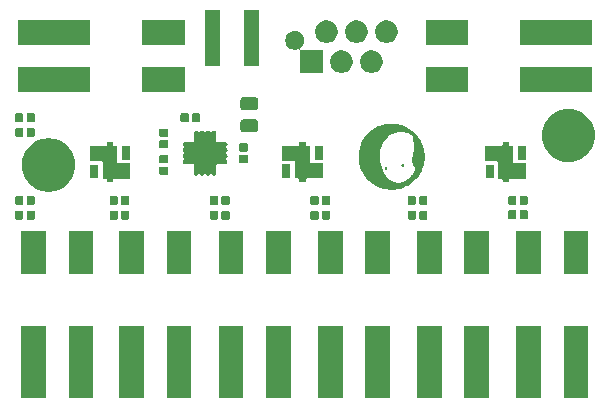
<source format=gbr>
G04 #@! TF.GenerationSoftware,KiCad,Pcbnew,5.0.2-bee76a0~70~ubuntu18.04.1*
G04 #@! TF.CreationDate,2019-12-05T19:09:47+01:00*
G04 #@! TF.ProjectId,magneto_bot_shield,6d61676e-6574-46f5-9f62-6f745f736869,rev?*
G04 #@! TF.SameCoordinates,Original*
G04 #@! TF.FileFunction,Soldermask,Top*
G04 #@! TF.FilePolarity,Negative*
%FSLAX46Y46*%
G04 Gerber Fmt 4.6, Leading zero omitted, Abs format (unit mm)*
G04 Created by KiCad (PCBNEW 5.0.2-bee76a0~70~ubuntu18.04.1) date Thu 05 Dec 2019 07:09:47 PM CET*
%MOMM*%
%LPD*%
G01*
G04 APERTURE LIST*
%ADD10C,0.010000*%
%ADD11C,0.100000*%
G04 APERTURE END LIST*
D10*
G04 #@! TO.C,H5*
G36*
X171716510Y-107659041D02*
X171729587Y-107662432D01*
X171740891Y-107669561D01*
X171743235Y-107671484D01*
X171762535Y-107693321D01*
X171772462Y-107717798D01*
X171772769Y-107743707D01*
X171763284Y-107769704D01*
X171748855Y-107788798D01*
X171730380Y-107800264D01*
X171705867Y-107805149D01*
X171695071Y-107805499D01*
X171677672Y-107804886D01*
X171665998Y-107801873D01*
X171655637Y-107794697D01*
X171646746Y-107786198D01*
X171630121Y-107763308D01*
X171622779Y-107738373D01*
X171624675Y-107713145D01*
X171635762Y-107689375D01*
X171649702Y-107673890D01*
X171661556Y-107664693D01*
X171672873Y-107659972D01*
X171687973Y-107658308D01*
X171697510Y-107658179D01*
X171716510Y-107659041D01*
X171716510Y-107659041D01*
G37*
X171716510Y-107659041D02*
X171729587Y-107662432D01*
X171740891Y-107669561D01*
X171743235Y-107671484D01*
X171762535Y-107693321D01*
X171772462Y-107717798D01*
X171772769Y-107743707D01*
X171763284Y-107769704D01*
X171748855Y-107788798D01*
X171730380Y-107800264D01*
X171705867Y-107805149D01*
X171695071Y-107805499D01*
X171677672Y-107804886D01*
X171665998Y-107801873D01*
X171655637Y-107794697D01*
X171646746Y-107786198D01*
X171630121Y-107763308D01*
X171622779Y-107738373D01*
X171624675Y-107713145D01*
X171635762Y-107689375D01*
X171649702Y-107673890D01*
X171661556Y-107664693D01*
X171672873Y-107659972D01*
X171687973Y-107658308D01*
X171697510Y-107658179D01*
X171716510Y-107659041D01*
G36*
X170277309Y-107937865D02*
X170292397Y-107949272D01*
X170294632Y-107951549D01*
X170310840Y-107972015D01*
X170324146Y-107995127D01*
X170334238Y-108019287D01*
X170340804Y-108042899D01*
X170343534Y-108064365D01*
X170342117Y-108082089D01*
X170336240Y-108094474D01*
X170325593Y-108099922D01*
X170323583Y-108100042D01*
X170316162Y-108097629D01*
X170304661Y-108091641D01*
X170302940Y-108090610D01*
X170285942Y-108075847D01*
X170270210Y-108054340D01*
X170256760Y-108028622D01*
X170246607Y-108001228D01*
X170240764Y-107974693D01*
X170240248Y-107951552D01*
X170242846Y-107940534D01*
X170250265Y-107933013D01*
X170262509Y-107932284D01*
X170277309Y-107937865D01*
X170277309Y-107937865D01*
G37*
X170277309Y-107937865D02*
X170292397Y-107949272D01*
X170294632Y-107951549D01*
X170310840Y-107972015D01*
X170324146Y-107995127D01*
X170334238Y-108019287D01*
X170340804Y-108042899D01*
X170343534Y-108064365D01*
X170342117Y-108082089D01*
X170336240Y-108094474D01*
X170325593Y-108099922D01*
X170323583Y-108100042D01*
X170316162Y-108097629D01*
X170304661Y-108091641D01*
X170302940Y-108090610D01*
X170285942Y-108075847D01*
X170270210Y-108054340D01*
X170256760Y-108028622D01*
X170246607Y-108001228D01*
X170240764Y-107974693D01*
X170240248Y-107951552D01*
X170242846Y-107940534D01*
X170250265Y-107933013D01*
X170262509Y-107932284D01*
X170277309Y-107937865D01*
G36*
X170864254Y-104255597D02*
X170913146Y-104256973D01*
X170954634Y-104259166D01*
X170957091Y-104259343D01*
X171123573Y-104276556D01*
X171287699Y-104303558D01*
X171449106Y-104340175D01*
X171607432Y-104386236D01*
X171762313Y-104441567D01*
X171913388Y-104505995D01*
X172060294Y-104579349D01*
X172202667Y-104661454D01*
X172340147Y-104752138D01*
X172472369Y-104851229D01*
X172598971Y-104958553D01*
X172719591Y-105073938D01*
X172764331Y-105120445D01*
X172875231Y-105245741D01*
X172977695Y-105376619D01*
X173071609Y-105512833D01*
X173156857Y-105654136D01*
X173233328Y-105800283D01*
X173300907Y-105951030D01*
X173359480Y-106106129D01*
X173408933Y-106265335D01*
X173449153Y-106428404D01*
X173480027Y-106595088D01*
X173493870Y-106695519D01*
X173496531Y-106723553D01*
X173498899Y-106760097D01*
X173500950Y-106803504D01*
X173502661Y-106852127D01*
X173504011Y-106904318D01*
X173504974Y-106958432D01*
X173505530Y-107012820D01*
X173505653Y-107065837D01*
X173505322Y-107115836D01*
X173504514Y-107161168D01*
X173503205Y-107200189D01*
X173501372Y-107231250D01*
X173501364Y-107231348D01*
X173483268Y-107395677D01*
X173455366Y-107557886D01*
X173417867Y-107717575D01*
X173370980Y-107874344D01*
X173314911Y-108027792D01*
X173249869Y-108177519D01*
X173176063Y-108323125D01*
X173093701Y-108464210D01*
X173002990Y-108600372D01*
X172904138Y-108731212D01*
X172797355Y-108856330D01*
X172682848Y-108975324D01*
X172560825Y-109087795D01*
X172516670Y-109125304D01*
X172385182Y-109228103D01*
X172248399Y-109322309D01*
X172106663Y-109407783D01*
X171960318Y-109484383D01*
X171809706Y-109551969D01*
X171655171Y-109610401D01*
X171497056Y-109659538D01*
X171335704Y-109699239D01*
X171171458Y-109729364D01*
X171004661Y-109749773D01*
X170989063Y-109751169D01*
X170957448Y-109753360D01*
X170918116Y-109755222D01*
X170873180Y-109756730D01*
X170824752Y-109757855D01*
X170774945Y-109758573D01*
X170725872Y-109758856D01*
X170679645Y-109758679D01*
X170638377Y-109758015D01*
X170604181Y-109756838D01*
X170591537Y-109756126D01*
X170421905Y-109739981D01*
X170255221Y-109714247D01*
X170091751Y-109679038D01*
X169931759Y-109634468D01*
X169775510Y-109580651D01*
X169623270Y-109517702D01*
X169475304Y-109445735D01*
X169331876Y-109364864D01*
X169193251Y-109275204D01*
X169059695Y-109176868D01*
X168931473Y-109069970D01*
X168870112Y-109013975D01*
X168751722Y-108895806D01*
X168641322Y-108771510D01*
X168539084Y-108641449D01*
X168445181Y-108505987D01*
X168359786Y-108365485D01*
X168283072Y-108220308D01*
X168215213Y-108070819D01*
X168156380Y-107917380D01*
X168106747Y-107760355D01*
X168066487Y-107600107D01*
X168035773Y-107436999D01*
X168014778Y-107271393D01*
X168009327Y-107207107D01*
X168007078Y-107166182D01*
X168005649Y-107117723D01*
X168005001Y-107063680D01*
X168005097Y-107006004D01*
X168005688Y-106962219D01*
X169688709Y-106962219D01*
X169688930Y-107022806D01*
X169689643Y-107075194D01*
X169690997Y-107121337D01*
X169693139Y-107163188D01*
X169696219Y-107202702D01*
X169700384Y-107241834D01*
X169705782Y-107282537D01*
X169712562Y-107326766D01*
X169719526Y-107368619D01*
X169744164Y-107493706D01*
X169776015Y-107623723D01*
X169814487Y-107757094D01*
X169858989Y-107892245D01*
X169908928Y-108027599D01*
X169963712Y-108161583D01*
X170022750Y-108292622D01*
X170085448Y-108419140D01*
X170151216Y-108539562D01*
X170174981Y-108580199D01*
X170200693Y-108622089D01*
X170225235Y-108659009D01*
X170250301Y-108693102D01*
X170277582Y-108726516D01*
X170308770Y-108761394D01*
X170345557Y-108799883D01*
X170359080Y-108813607D01*
X170427382Y-108880002D01*
X170492875Y-108938278D01*
X170557023Y-108989533D01*
X170621288Y-109034866D01*
X170687135Y-109075375D01*
X170756026Y-109112159D01*
X170758468Y-109113371D01*
X170825708Y-109144570D01*
X170893366Y-109171530D01*
X170962661Y-109194513D01*
X171034815Y-109213780D01*
X171111051Y-109229592D01*
X171192589Y-109242210D01*
X171280650Y-109251894D01*
X171376457Y-109258907D01*
X171457144Y-109262682D01*
X171471311Y-109262004D01*
X171492017Y-109259544D01*
X171515885Y-109255744D01*
X171529189Y-109253234D01*
X171634969Y-109226908D01*
X171739070Y-109190663D01*
X171841583Y-109144459D01*
X171942602Y-109088255D01*
X172021558Y-109036654D01*
X172057791Y-109010382D01*
X172098699Y-108978987D01*
X172142848Y-108943703D01*
X172188807Y-108905765D01*
X172235142Y-108866406D01*
X172280420Y-108826860D01*
X172323208Y-108788362D01*
X172362073Y-108752146D01*
X172395583Y-108719445D01*
X172422200Y-108691608D01*
X172471921Y-108634510D01*
X172520869Y-108573772D01*
X172568185Y-108510711D01*
X172613011Y-108446641D01*
X172654489Y-108382878D01*
X172691759Y-108320739D01*
X172723963Y-108261539D01*
X172750242Y-108206593D01*
X172768390Y-108161099D01*
X172780009Y-108124622D01*
X172786512Y-108094859D01*
X172788134Y-108069885D01*
X172785109Y-108047777D01*
X172783072Y-108040594D01*
X172774742Y-108007122D01*
X172768017Y-107963789D01*
X172762888Y-107910521D01*
X172761400Y-107888419D01*
X172759757Y-107865224D01*
X172757934Y-107845766D01*
X172756170Y-107832293D01*
X172754891Y-107827218D01*
X172748828Y-107823030D01*
X172736304Y-107816755D01*
X172724056Y-107811433D01*
X172688034Y-107793744D01*
X172657893Y-107772050D01*
X172632898Y-107745272D01*
X172612315Y-107712335D01*
X172595410Y-107672160D01*
X172581449Y-107623672D01*
X172574574Y-107592139D01*
X172565952Y-107537923D01*
X172559715Y-107475238D01*
X172555846Y-107405486D01*
X172554331Y-107330070D01*
X172555153Y-107250392D01*
X172558297Y-107167856D01*
X172563747Y-107083863D01*
X172571487Y-106999817D01*
X172581501Y-106917120D01*
X172582234Y-106911796D01*
X172590526Y-106860560D01*
X172601694Y-106806462D01*
X172616142Y-106747820D01*
X172634279Y-106682951D01*
X172650350Y-106629833D01*
X172660844Y-106594535D01*
X172667592Y-106568162D01*
X172670699Y-106550237D01*
X172670473Y-106540933D01*
X172669835Y-106533756D01*
X172669116Y-106517278D01*
X172668333Y-106492361D01*
X172667505Y-106459865D01*
X172666650Y-106420647D01*
X172665786Y-106375570D01*
X172664930Y-106325492D01*
X172664101Y-106271274D01*
X172663317Y-106213775D01*
X172662867Y-106177359D01*
X172661942Y-106102805D01*
X172661021Y-106037375D01*
X172660052Y-105980033D01*
X172658986Y-105929741D01*
X172657771Y-105885464D01*
X172656357Y-105846167D01*
X172654694Y-105810811D01*
X172652729Y-105778361D01*
X172650413Y-105747782D01*
X172647696Y-105718036D01*
X172644525Y-105688087D01*
X172640852Y-105656900D01*
X172636624Y-105623437D01*
X172635258Y-105612934D01*
X172626293Y-105550472D01*
X172615480Y-105485121D01*
X172603506Y-105420711D01*
X172591059Y-105361070D01*
X172586044Y-105339159D01*
X172580037Y-105313679D01*
X172574702Y-105291017D01*
X172570562Y-105273404D01*
X172568143Y-105263074D01*
X172567942Y-105262212D01*
X172562357Y-105252535D01*
X172549613Y-105238079D01*
X172530902Y-105219851D01*
X172507416Y-105198859D01*
X172480348Y-105176109D01*
X172450890Y-105152610D01*
X172420234Y-105129369D01*
X172389572Y-105107393D01*
X172365743Y-105091337D01*
X172272506Y-105036500D01*
X172173209Y-104989604D01*
X172067728Y-104950604D01*
X171955942Y-104919454D01*
X171837728Y-104896112D01*
X171827263Y-104894468D01*
X171782640Y-104888933D01*
X171730389Y-104884672D01*
X171672966Y-104881728D01*
X171612827Y-104880147D01*
X171552430Y-104879975D01*
X171494232Y-104881255D01*
X171440689Y-104884033D01*
X171408163Y-104886803D01*
X171271148Y-104904815D01*
X171139732Y-104930187D01*
X171014217Y-104962802D01*
X170894908Y-105002546D01*
X170782105Y-105049301D01*
X170676113Y-105102953D01*
X170577234Y-105163386D01*
X170485771Y-105230483D01*
X170465150Y-105247404D01*
X170431961Y-105276423D01*
X170399569Y-105307367D01*
X170366478Y-105341809D01*
X170331192Y-105381317D01*
X170292215Y-105427463D01*
X170283360Y-105438219D01*
X170179749Y-105570671D01*
X170086222Y-105703126D01*
X170002701Y-105835736D01*
X169929111Y-105968655D01*
X169865376Y-106102037D01*
X169811420Y-106236037D01*
X169767167Y-106370806D01*
X169732540Y-106506500D01*
X169717182Y-106583759D01*
X169709705Y-106626903D01*
X169703630Y-106665500D01*
X169698818Y-106701391D01*
X169695130Y-106736416D01*
X169692428Y-106772416D01*
X169690573Y-106811230D01*
X169689428Y-106854701D01*
X169688852Y-106904668D01*
X169688709Y-106962219D01*
X168005688Y-106962219D01*
X168005899Y-106946643D01*
X168007369Y-106887550D01*
X168009467Y-106830674D01*
X168012157Y-106777966D01*
X168015399Y-106731376D01*
X168019157Y-106692854D01*
X168019425Y-106690619D01*
X168044899Y-106521087D01*
X168079571Y-106355865D01*
X168123472Y-106194877D01*
X168176635Y-106038051D01*
X168239092Y-105885313D01*
X168310873Y-105736589D01*
X168392012Y-105591805D01*
X168482540Y-105450887D01*
X168582489Y-105313761D01*
X168650000Y-105229657D01*
X168675097Y-105200673D01*
X168706303Y-105166503D01*
X168742097Y-105128667D01*
X168780959Y-105088686D01*
X168821366Y-105048082D01*
X168861798Y-105008377D01*
X168900733Y-104971090D01*
X168936651Y-104937744D01*
X168968029Y-104909859D01*
X168979641Y-104900016D01*
X169095969Y-104807702D01*
X169212978Y-104724014D01*
X169332829Y-104647525D01*
X169457679Y-104576809D01*
X169510783Y-104549169D01*
X169656044Y-104480456D01*
X169803296Y-104421015D01*
X169953388Y-104370589D01*
X170107167Y-104328923D01*
X170265483Y-104295762D01*
X170429185Y-104270850D01*
X170440603Y-104269441D01*
X170478517Y-104265650D01*
X170524630Y-104262372D01*
X170576991Y-104259644D01*
X170633649Y-104257505D01*
X170692655Y-104255993D01*
X170752058Y-104255145D01*
X170809908Y-104255001D01*
X170864254Y-104255597D01*
X170864254Y-104255597D01*
G37*
X170864254Y-104255597D02*
X170913146Y-104256973D01*
X170954634Y-104259166D01*
X170957091Y-104259343D01*
X171123573Y-104276556D01*
X171287699Y-104303558D01*
X171449106Y-104340175D01*
X171607432Y-104386236D01*
X171762313Y-104441567D01*
X171913388Y-104505995D01*
X172060294Y-104579349D01*
X172202667Y-104661454D01*
X172340147Y-104752138D01*
X172472369Y-104851229D01*
X172598971Y-104958553D01*
X172719591Y-105073938D01*
X172764331Y-105120445D01*
X172875231Y-105245741D01*
X172977695Y-105376619D01*
X173071609Y-105512833D01*
X173156857Y-105654136D01*
X173233328Y-105800283D01*
X173300907Y-105951030D01*
X173359480Y-106106129D01*
X173408933Y-106265335D01*
X173449153Y-106428404D01*
X173480027Y-106595088D01*
X173493870Y-106695519D01*
X173496531Y-106723553D01*
X173498899Y-106760097D01*
X173500950Y-106803504D01*
X173502661Y-106852127D01*
X173504011Y-106904318D01*
X173504974Y-106958432D01*
X173505530Y-107012820D01*
X173505653Y-107065837D01*
X173505322Y-107115836D01*
X173504514Y-107161168D01*
X173503205Y-107200189D01*
X173501372Y-107231250D01*
X173501364Y-107231348D01*
X173483268Y-107395677D01*
X173455366Y-107557886D01*
X173417867Y-107717575D01*
X173370980Y-107874344D01*
X173314911Y-108027792D01*
X173249869Y-108177519D01*
X173176063Y-108323125D01*
X173093701Y-108464210D01*
X173002990Y-108600372D01*
X172904138Y-108731212D01*
X172797355Y-108856330D01*
X172682848Y-108975324D01*
X172560825Y-109087795D01*
X172516670Y-109125304D01*
X172385182Y-109228103D01*
X172248399Y-109322309D01*
X172106663Y-109407783D01*
X171960318Y-109484383D01*
X171809706Y-109551969D01*
X171655171Y-109610401D01*
X171497056Y-109659538D01*
X171335704Y-109699239D01*
X171171458Y-109729364D01*
X171004661Y-109749773D01*
X170989063Y-109751169D01*
X170957448Y-109753360D01*
X170918116Y-109755222D01*
X170873180Y-109756730D01*
X170824752Y-109757855D01*
X170774945Y-109758573D01*
X170725872Y-109758856D01*
X170679645Y-109758679D01*
X170638377Y-109758015D01*
X170604181Y-109756838D01*
X170591537Y-109756126D01*
X170421905Y-109739981D01*
X170255221Y-109714247D01*
X170091751Y-109679038D01*
X169931759Y-109634468D01*
X169775510Y-109580651D01*
X169623270Y-109517702D01*
X169475304Y-109445735D01*
X169331876Y-109364864D01*
X169193251Y-109275204D01*
X169059695Y-109176868D01*
X168931473Y-109069970D01*
X168870112Y-109013975D01*
X168751722Y-108895806D01*
X168641322Y-108771510D01*
X168539084Y-108641449D01*
X168445181Y-108505987D01*
X168359786Y-108365485D01*
X168283072Y-108220308D01*
X168215213Y-108070819D01*
X168156380Y-107917380D01*
X168106747Y-107760355D01*
X168066487Y-107600107D01*
X168035773Y-107436999D01*
X168014778Y-107271393D01*
X168009327Y-107207107D01*
X168007078Y-107166182D01*
X168005649Y-107117723D01*
X168005001Y-107063680D01*
X168005097Y-107006004D01*
X168005688Y-106962219D01*
X169688709Y-106962219D01*
X169688930Y-107022806D01*
X169689643Y-107075194D01*
X169690997Y-107121337D01*
X169693139Y-107163188D01*
X169696219Y-107202702D01*
X169700384Y-107241834D01*
X169705782Y-107282537D01*
X169712562Y-107326766D01*
X169719526Y-107368619D01*
X169744164Y-107493706D01*
X169776015Y-107623723D01*
X169814487Y-107757094D01*
X169858989Y-107892245D01*
X169908928Y-108027599D01*
X169963712Y-108161583D01*
X170022750Y-108292622D01*
X170085448Y-108419140D01*
X170151216Y-108539562D01*
X170174981Y-108580199D01*
X170200693Y-108622089D01*
X170225235Y-108659009D01*
X170250301Y-108693102D01*
X170277582Y-108726516D01*
X170308770Y-108761394D01*
X170345557Y-108799883D01*
X170359080Y-108813607D01*
X170427382Y-108880002D01*
X170492875Y-108938278D01*
X170557023Y-108989533D01*
X170621288Y-109034866D01*
X170687135Y-109075375D01*
X170756026Y-109112159D01*
X170758468Y-109113371D01*
X170825708Y-109144570D01*
X170893366Y-109171530D01*
X170962661Y-109194513D01*
X171034815Y-109213780D01*
X171111051Y-109229592D01*
X171192589Y-109242210D01*
X171280650Y-109251894D01*
X171376457Y-109258907D01*
X171457144Y-109262682D01*
X171471311Y-109262004D01*
X171492017Y-109259544D01*
X171515885Y-109255744D01*
X171529189Y-109253234D01*
X171634969Y-109226908D01*
X171739070Y-109190663D01*
X171841583Y-109144459D01*
X171942602Y-109088255D01*
X172021558Y-109036654D01*
X172057791Y-109010382D01*
X172098699Y-108978987D01*
X172142848Y-108943703D01*
X172188807Y-108905765D01*
X172235142Y-108866406D01*
X172280420Y-108826860D01*
X172323208Y-108788362D01*
X172362073Y-108752146D01*
X172395583Y-108719445D01*
X172422200Y-108691608D01*
X172471921Y-108634510D01*
X172520869Y-108573772D01*
X172568185Y-108510711D01*
X172613011Y-108446641D01*
X172654489Y-108382878D01*
X172691759Y-108320739D01*
X172723963Y-108261539D01*
X172750242Y-108206593D01*
X172768390Y-108161099D01*
X172780009Y-108124622D01*
X172786512Y-108094859D01*
X172788134Y-108069885D01*
X172785109Y-108047777D01*
X172783072Y-108040594D01*
X172774742Y-108007122D01*
X172768017Y-107963789D01*
X172762888Y-107910521D01*
X172761400Y-107888419D01*
X172759757Y-107865224D01*
X172757934Y-107845766D01*
X172756170Y-107832293D01*
X172754891Y-107827218D01*
X172748828Y-107823030D01*
X172736304Y-107816755D01*
X172724056Y-107811433D01*
X172688034Y-107793744D01*
X172657893Y-107772050D01*
X172632898Y-107745272D01*
X172612315Y-107712335D01*
X172595410Y-107672160D01*
X172581449Y-107623672D01*
X172574574Y-107592139D01*
X172565952Y-107537923D01*
X172559715Y-107475238D01*
X172555846Y-107405486D01*
X172554331Y-107330070D01*
X172555153Y-107250392D01*
X172558297Y-107167856D01*
X172563747Y-107083863D01*
X172571487Y-106999817D01*
X172581501Y-106917120D01*
X172582234Y-106911796D01*
X172590526Y-106860560D01*
X172601694Y-106806462D01*
X172616142Y-106747820D01*
X172634279Y-106682951D01*
X172650350Y-106629833D01*
X172660844Y-106594535D01*
X172667592Y-106568162D01*
X172670699Y-106550237D01*
X172670473Y-106540933D01*
X172669835Y-106533756D01*
X172669116Y-106517278D01*
X172668333Y-106492361D01*
X172667505Y-106459865D01*
X172666650Y-106420647D01*
X172665786Y-106375570D01*
X172664930Y-106325492D01*
X172664101Y-106271274D01*
X172663317Y-106213775D01*
X172662867Y-106177359D01*
X172661942Y-106102805D01*
X172661021Y-106037375D01*
X172660052Y-105980033D01*
X172658986Y-105929741D01*
X172657771Y-105885464D01*
X172656357Y-105846167D01*
X172654694Y-105810811D01*
X172652729Y-105778361D01*
X172650413Y-105747782D01*
X172647696Y-105718036D01*
X172644525Y-105688087D01*
X172640852Y-105656900D01*
X172636624Y-105623437D01*
X172635258Y-105612934D01*
X172626293Y-105550472D01*
X172615480Y-105485121D01*
X172603506Y-105420711D01*
X172591059Y-105361070D01*
X172586044Y-105339159D01*
X172580037Y-105313679D01*
X172574702Y-105291017D01*
X172570562Y-105273404D01*
X172568143Y-105263074D01*
X172567942Y-105262212D01*
X172562357Y-105252535D01*
X172549613Y-105238079D01*
X172530902Y-105219851D01*
X172507416Y-105198859D01*
X172480348Y-105176109D01*
X172450890Y-105152610D01*
X172420234Y-105129369D01*
X172389572Y-105107393D01*
X172365743Y-105091337D01*
X172272506Y-105036500D01*
X172173209Y-104989604D01*
X172067728Y-104950604D01*
X171955942Y-104919454D01*
X171837728Y-104896112D01*
X171827263Y-104894468D01*
X171782640Y-104888933D01*
X171730389Y-104884672D01*
X171672966Y-104881728D01*
X171612827Y-104880147D01*
X171552430Y-104879975D01*
X171494232Y-104881255D01*
X171440689Y-104884033D01*
X171408163Y-104886803D01*
X171271148Y-104904815D01*
X171139732Y-104930187D01*
X171014217Y-104962802D01*
X170894908Y-105002546D01*
X170782105Y-105049301D01*
X170676113Y-105102953D01*
X170577234Y-105163386D01*
X170485771Y-105230483D01*
X170465150Y-105247404D01*
X170431961Y-105276423D01*
X170399569Y-105307367D01*
X170366478Y-105341809D01*
X170331192Y-105381317D01*
X170292215Y-105427463D01*
X170283360Y-105438219D01*
X170179749Y-105570671D01*
X170086222Y-105703126D01*
X170002701Y-105835736D01*
X169929111Y-105968655D01*
X169865376Y-106102037D01*
X169811420Y-106236037D01*
X169767167Y-106370806D01*
X169732540Y-106506500D01*
X169717182Y-106583759D01*
X169709705Y-106626903D01*
X169703630Y-106665500D01*
X169698818Y-106701391D01*
X169695130Y-106736416D01*
X169692428Y-106772416D01*
X169690573Y-106811230D01*
X169689428Y-106854701D01*
X169688852Y-106904668D01*
X169688709Y-106962219D01*
X168005688Y-106962219D01*
X168005899Y-106946643D01*
X168007369Y-106887550D01*
X168009467Y-106830674D01*
X168012157Y-106777966D01*
X168015399Y-106731376D01*
X168019157Y-106692854D01*
X168019425Y-106690619D01*
X168044899Y-106521087D01*
X168079571Y-106355865D01*
X168123472Y-106194877D01*
X168176635Y-106038051D01*
X168239092Y-105885313D01*
X168310873Y-105736589D01*
X168392012Y-105591805D01*
X168482540Y-105450887D01*
X168582489Y-105313761D01*
X168650000Y-105229657D01*
X168675097Y-105200673D01*
X168706303Y-105166503D01*
X168742097Y-105128667D01*
X168780959Y-105088686D01*
X168821366Y-105048082D01*
X168861798Y-105008377D01*
X168900733Y-104971090D01*
X168936651Y-104937744D01*
X168968029Y-104909859D01*
X168979641Y-104900016D01*
X169095969Y-104807702D01*
X169212978Y-104724014D01*
X169332829Y-104647525D01*
X169457679Y-104576809D01*
X169510783Y-104549169D01*
X169656044Y-104480456D01*
X169803296Y-104421015D01*
X169953388Y-104370589D01*
X170107167Y-104328923D01*
X170265483Y-104295762D01*
X170429185Y-104270850D01*
X170440603Y-104269441D01*
X170478517Y-104265650D01*
X170524630Y-104262372D01*
X170576991Y-104259644D01*
X170633649Y-104257505D01*
X170692655Y-104255993D01*
X170752058Y-104255145D01*
X170809908Y-104255001D01*
X170864254Y-104255597D01*
D11*
G36*
X187451000Y-127451000D02*
X185349000Y-127451000D01*
X185349000Y-121349000D01*
X187451000Y-121349000D01*
X187451000Y-127451000D01*
X187451000Y-127451000D01*
G37*
G36*
X175051000Y-127451000D02*
X172949000Y-127451000D01*
X172949000Y-121349000D01*
X175051000Y-121349000D01*
X175051000Y-127451000D01*
X175051000Y-127451000D01*
G37*
G36*
X183451000Y-127451000D02*
X181349000Y-127451000D01*
X181349000Y-121349000D01*
X183451000Y-121349000D01*
X183451000Y-127451000D01*
X183451000Y-127451000D01*
G37*
G36*
X179051000Y-127451000D02*
X176949000Y-127451000D01*
X176949000Y-121349000D01*
X179051000Y-121349000D01*
X179051000Y-127451000D01*
X179051000Y-127451000D01*
G37*
G36*
X170651000Y-127451000D02*
X168549000Y-127451000D01*
X168549000Y-121349000D01*
X170651000Y-121349000D01*
X170651000Y-127451000D01*
X170651000Y-127451000D01*
G37*
G36*
X166651000Y-127451000D02*
X164549000Y-127451000D01*
X164549000Y-121349000D01*
X166651000Y-121349000D01*
X166651000Y-127451000D01*
X166651000Y-127451000D01*
G37*
G36*
X158251000Y-127451000D02*
X156149000Y-127451000D01*
X156149000Y-121349000D01*
X158251000Y-121349000D01*
X158251000Y-127451000D01*
X158251000Y-127451000D01*
G37*
G36*
X149851000Y-127451000D02*
X147749000Y-127451000D01*
X147749000Y-121349000D01*
X149851000Y-121349000D01*
X149851000Y-127451000D01*
X149851000Y-127451000D01*
G37*
G36*
X162251000Y-127451000D02*
X160149000Y-127451000D01*
X160149000Y-121349000D01*
X162251000Y-121349000D01*
X162251000Y-127451000D01*
X162251000Y-127451000D01*
G37*
G36*
X141551000Y-127451000D02*
X139449000Y-127451000D01*
X139449000Y-121349000D01*
X141551000Y-121349000D01*
X141551000Y-127451000D01*
X141551000Y-127451000D01*
G37*
G36*
X153851000Y-127451000D02*
X151749000Y-127451000D01*
X151749000Y-121349000D01*
X153851000Y-121349000D01*
X153851000Y-127451000D01*
X153851000Y-127451000D01*
G37*
G36*
X145551000Y-127451000D02*
X143449000Y-127451000D01*
X143449000Y-121349000D01*
X145551000Y-121349000D01*
X145551000Y-127451000D01*
X145551000Y-127451000D01*
G37*
G36*
X166651000Y-116951000D02*
X164549000Y-116951000D01*
X164549000Y-113349000D01*
X166651000Y-113349000D01*
X166651000Y-116951000D01*
X166651000Y-116951000D01*
G37*
G36*
X187451000Y-116951000D02*
X185349000Y-116951000D01*
X185349000Y-113349000D01*
X187451000Y-113349000D01*
X187451000Y-116951000D01*
X187451000Y-116951000D01*
G37*
G36*
X170651000Y-116951000D02*
X168549000Y-116951000D01*
X168549000Y-113349000D01*
X170651000Y-113349000D01*
X170651000Y-116951000D01*
X170651000Y-116951000D01*
G37*
G36*
X175051000Y-116951000D02*
X172949000Y-116951000D01*
X172949000Y-113349000D01*
X175051000Y-113349000D01*
X175051000Y-116951000D01*
X175051000Y-116951000D01*
G37*
G36*
X179051000Y-116951000D02*
X176949000Y-116951000D01*
X176949000Y-113349000D01*
X179051000Y-113349000D01*
X179051000Y-116951000D01*
X179051000Y-116951000D01*
G37*
G36*
X141551000Y-116951000D02*
X139449000Y-116951000D01*
X139449000Y-113349000D01*
X141551000Y-113349000D01*
X141551000Y-116951000D01*
X141551000Y-116951000D01*
G37*
G36*
X183451000Y-116951000D02*
X181349000Y-116951000D01*
X181349000Y-113349000D01*
X183451000Y-113349000D01*
X183451000Y-116951000D01*
X183451000Y-116951000D01*
G37*
G36*
X158251000Y-116951000D02*
X156149000Y-116951000D01*
X156149000Y-113349000D01*
X158251000Y-113349000D01*
X158251000Y-116951000D01*
X158251000Y-116951000D01*
G37*
G36*
X145551000Y-116951000D02*
X143449000Y-116951000D01*
X143449000Y-113349000D01*
X145551000Y-113349000D01*
X145551000Y-116951000D01*
X145551000Y-116951000D01*
G37*
G36*
X153851000Y-116951000D02*
X151749000Y-116951000D01*
X151749000Y-113349000D01*
X153851000Y-113349000D01*
X153851000Y-116951000D01*
X153851000Y-116951000D01*
G37*
G36*
X162251000Y-116951000D02*
X160149000Y-116951000D01*
X160149000Y-113349000D01*
X162251000Y-113349000D01*
X162251000Y-116951000D01*
X162251000Y-116951000D01*
G37*
G36*
X149851000Y-116951000D02*
X147749000Y-116951000D01*
X147749000Y-113349000D01*
X149851000Y-113349000D01*
X149851000Y-116951000D01*
X149851000Y-116951000D01*
G37*
G36*
X172771938Y-111631716D02*
X172792556Y-111637970D01*
X172811556Y-111648126D01*
X172828208Y-111661792D01*
X172841874Y-111678444D01*
X172852030Y-111697444D01*
X172858284Y-111718062D01*
X172861000Y-111745640D01*
X172861000Y-112254360D01*
X172858284Y-112281938D01*
X172852030Y-112302556D01*
X172841874Y-112321556D01*
X172828208Y-112338208D01*
X172811556Y-112351874D01*
X172792556Y-112362030D01*
X172771938Y-112368284D01*
X172744360Y-112371000D01*
X172285640Y-112371000D01*
X172258062Y-112368284D01*
X172237444Y-112362030D01*
X172218444Y-112351874D01*
X172201792Y-112338208D01*
X172188126Y-112321556D01*
X172177970Y-112302556D01*
X172171716Y-112281938D01*
X172169000Y-112254360D01*
X172169000Y-111745640D01*
X172171716Y-111718062D01*
X172177970Y-111697444D01*
X172188126Y-111678444D01*
X172201792Y-111661792D01*
X172218444Y-111648126D01*
X172237444Y-111637970D01*
X172258062Y-111631716D01*
X172285640Y-111629000D01*
X172744360Y-111629000D01*
X172771938Y-111631716D01*
X172771938Y-111631716D01*
G37*
G36*
X164521938Y-111631716D02*
X164542556Y-111637970D01*
X164561556Y-111648126D01*
X164578208Y-111661792D01*
X164591874Y-111678444D01*
X164602030Y-111697444D01*
X164608284Y-111718062D01*
X164611000Y-111745640D01*
X164611000Y-112254360D01*
X164608284Y-112281938D01*
X164602030Y-112302556D01*
X164591874Y-112321556D01*
X164578208Y-112338208D01*
X164561556Y-112351874D01*
X164542556Y-112362030D01*
X164521938Y-112368284D01*
X164494360Y-112371000D01*
X164035640Y-112371000D01*
X164008062Y-112368284D01*
X163987444Y-112362030D01*
X163968444Y-112351874D01*
X163951792Y-112338208D01*
X163938126Y-112321556D01*
X163927970Y-112302556D01*
X163921716Y-112281938D01*
X163919000Y-112254360D01*
X163919000Y-111745640D01*
X163921716Y-111718062D01*
X163927970Y-111697444D01*
X163938126Y-111678444D01*
X163951792Y-111661792D01*
X163968444Y-111648126D01*
X163987444Y-111637970D01*
X164008062Y-111631716D01*
X164035640Y-111629000D01*
X164494360Y-111629000D01*
X164521938Y-111631716D01*
X164521938Y-111631716D01*
G37*
G36*
X165491938Y-111631716D02*
X165512556Y-111637970D01*
X165531556Y-111648126D01*
X165548208Y-111661792D01*
X165561874Y-111678444D01*
X165572030Y-111697444D01*
X165578284Y-111718062D01*
X165581000Y-111745640D01*
X165581000Y-112254360D01*
X165578284Y-112281938D01*
X165572030Y-112302556D01*
X165561874Y-112321556D01*
X165548208Y-112338208D01*
X165531556Y-112351874D01*
X165512556Y-112362030D01*
X165491938Y-112368284D01*
X165464360Y-112371000D01*
X165005640Y-112371000D01*
X164978062Y-112368284D01*
X164957444Y-112362030D01*
X164938444Y-112351874D01*
X164921792Y-112338208D01*
X164908126Y-112321556D01*
X164897970Y-112302556D01*
X164891716Y-112281938D01*
X164889000Y-112254360D01*
X164889000Y-111745640D01*
X164891716Y-111718062D01*
X164897970Y-111697444D01*
X164908126Y-111678444D01*
X164921792Y-111661792D01*
X164938444Y-111648126D01*
X164957444Y-111637970D01*
X164978062Y-111631716D01*
X165005640Y-111629000D01*
X165464360Y-111629000D01*
X165491938Y-111631716D01*
X165491938Y-111631716D01*
G37*
G36*
X156991938Y-111631716D02*
X157012556Y-111637970D01*
X157031556Y-111648126D01*
X157048208Y-111661792D01*
X157061874Y-111678444D01*
X157072030Y-111697444D01*
X157078284Y-111718062D01*
X157081000Y-111745640D01*
X157081000Y-112254360D01*
X157078284Y-112281938D01*
X157072030Y-112302556D01*
X157061874Y-112321556D01*
X157048208Y-112338208D01*
X157031556Y-112351874D01*
X157012556Y-112362030D01*
X156991938Y-112368284D01*
X156964360Y-112371000D01*
X156505640Y-112371000D01*
X156478062Y-112368284D01*
X156457444Y-112362030D01*
X156438444Y-112351874D01*
X156421792Y-112338208D01*
X156408126Y-112321556D01*
X156397970Y-112302556D01*
X156391716Y-112281938D01*
X156389000Y-112254360D01*
X156389000Y-111745640D01*
X156391716Y-111718062D01*
X156397970Y-111697444D01*
X156408126Y-111678444D01*
X156421792Y-111661792D01*
X156438444Y-111648126D01*
X156457444Y-111637970D01*
X156478062Y-111631716D01*
X156505640Y-111629000D01*
X156964360Y-111629000D01*
X156991938Y-111631716D01*
X156991938Y-111631716D01*
G37*
G36*
X147521938Y-111631716D02*
X147542556Y-111637970D01*
X147561556Y-111648126D01*
X147578208Y-111661792D01*
X147591874Y-111678444D01*
X147602030Y-111697444D01*
X147608284Y-111718062D01*
X147611000Y-111745640D01*
X147611000Y-112254360D01*
X147608284Y-112281938D01*
X147602030Y-112302556D01*
X147591874Y-112321556D01*
X147578208Y-112338208D01*
X147561556Y-112351874D01*
X147542556Y-112362030D01*
X147521938Y-112368284D01*
X147494360Y-112371000D01*
X147035640Y-112371000D01*
X147008062Y-112368284D01*
X146987444Y-112362030D01*
X146968444Y-112351874D01*
X146951792Y-112338208D01*
X146938126Y-112321556D01*
X146927970Y-112302556D01*
X146921716Y-112281938D01*
X146919000Y-112254360D01*
X146919000Y-111745640D01*
X146921716Y-111718062D01*
X146927970Y-111697444D01*
X146938126Y-111678444D01*
X146951792Y-111661792D01*
X146968444Y-111648126D01*
X146987444Y-111637970D01*
X147008062Y-111631716D01*
X147035640Y-111629000D01*
X147494360Y-111629000D01*
X147521938Y-111631716D01*
X147521938Y-111631716D01*
G37*
G36*
X148491938Y-111631716D02*
X148512556Y-111637970D01*
X148531556Y-111648126D01*
X148548208Y-111661792D01*
X148561874Y-111678444D01*
X148572030Y-111697444D01*
X148578284Y-111718062D01*
X148581000Y-111745640D01*
X148581000Y-112254360D01*
X148578284Y-112281938D01*
X148572030Y-112302556D01*
X148561874Y-112321556D01*
X148548208Y-112338208D01*
X148531556Y-112351874D01*
X148512556Y-112362030D01*
X148491938Y-112368284D01*
X148464360Y-112371000D01*
X148005640Y-112371000D01*
X147978062Y-112368284D01*
X147957444Y-112362030D01*
X147938444Y-112351874D01*
X147921792Y-112338208D01*
X147908126Y-112321556D01*
X147897970Y-112302556D01*
X147891716Y-112281938D01*
X147889000Y-112254360D01*
X147889000Y-111745640D01*
X147891716Y-111718062D01*
X147897970Y-111697444D01*
X147908126Y-111678444D01*
X147921792Y-111661792D01*
X147938444Y-111648126D01*
X147957444Y-111637970D01*
X147978062Y-111631716D01*
X148005640Y-111629000D01*
X148464360Y-111629000D01*
X148491938Y-111631716D01*
X148491938Y-111631716D01*
G37*
G36*
X140491938Y-111631716D02*
X140512556Y-111637970D01*
X140531556Y-111648126D01*
X140548208Y-111661792D01*
X140561874Y-111678444D01*
X140572030Y-111697444D01*
X140578284Y-111718062D01*
X140581000Y-111745640D01*
X140581000Y-112254360D01*
X140578284Y-112281938D01*
X140572030Y-112302556D01*
X140561874Y-112321556D01*
X140548208Y-112338208D01*
X140531556Y-112351874D01*
X140512556Y-112362030D01*
X140491938Y-112368284D01*
X140464360Y-112371000D01*
X140005640Y-112371000D01*
X139978062Y-112368284D01*
X139957444Y-112362030D01*
X139938444Y-112351874D01*
X139921792Y-112338208D01*
X139908126Y-112321556D01*
X139897970Y-112302556D01*
X139891716Y-112281938D01*
X139889000Y-112254360D01*
X139889000Y-111745640D01*
X139891716Y-111718062D01*
X139897970Y-111697444D01*
X139908126Y-111678444D01*
X139921792Y-111661792D01*
X139938444Y-111648126D01*
X139957444Y-111637970D01*
X139978062Y-111631716D01*
X140005640Y-111629000D01*
X140464360Y-111629000D01*
X140491938Y-111631716D01*
X140491938Y-111631716D01*
G37*
G36*
X139521938Y-111631716D02*
X139542556Y-111637970D01*
X139561556Y-111648126D01*
X139578208Y-111661792D01*
X139591874Y-111678444D01*
X139602030Y-111697444D01*
X139608284Y-111718062D01*
X139611000Y-111745640D01*
X139611000Y-112254360D01*
X139608284Y-112281938D01*
X139602030Y-112302556D01*
X139591874Y-112321556D01*
X139578208Y-112338208D01*
X139561556Y-112351874D01*
X139542556Y-112362030D01*
X139521938Y-112368284D01*
X139494360Y-112371000D01*
X139035640Y-112371000D01*
X139008062Y-112368284D01*
X138987444Y-112362030D01*
X138968444Y-112351874D01*
X138951792Y-112338208D01*
X138938126Y-112321556D01*
X138927970Y-112302556D01*
X138921716Y-112281938D01*
X138919000Y-112254360D01*
X138919000Y-111745640D01*
X138921716Y-111718062D01*
X138927970Y-111697444D01*
X138938126Y-111678444D01*
X138951792Y-111661792D01*
X138968444Y-111648126D01*
X138987444Y-111637970D01*
X139008062Y-111631716D01*
X139035640Y-111629000D01*
X139494360Y-111629000D01*
X139521938Y-111631716D01*
X139521938Y-111631716D01*
G37*
G36*
X173741938Y-111631716D02*
X173762556Y-111637970D01*
X173781556Y-111648126D01*
X173798208Y-111661792D01*
X173811874Y-111678444D01*
X173822030Y-111697444D01*
X173828284Y-111718062D01*
X173831000Y-111745640D01*
X173831000Y-112254360D01*
X173828284Y-112281938D01*
X173822030Y-112302556D01*
X173811874Y-112321556D01*
X173798208Y-112338208D01*
X173781556Y-112351874D01*
X173762556Y-112362030D01*
X173741938Y-112368284D01*
X173714360Y-112371000D01*
X173255640Y-112371000D01*
X173228062Y-112368284D01*
X173207444Y-112362030D01*
X173188444Y-112351874D01*
X173171792Y-112338208D01*
X173158126Y-112321556D01*
X173147970Y-112302556D01*
X173141716Y-112281938D01*
X173139000Y-112254360D01*
X173139000Y-111745640D01*
X173141716Y-111718062D01*
X173147970Y-111697444D01*
X173158126Y-111678444D01*
X173171792Y-111661792D01*
X173188444Y-111648126D01*
X173207444Y-111637970D01*
X173228062Y-111631716D01*
X173255640Y-111629000D01*
X173714360Y-111629000D01*
X173741938Y-111631716D01*
X173741938Y-111631716D01*
G37*
G36*
X156021938Y-111631716D02*
X156042556Y-111637970D01*
X156061556Y-111648126D01*
X156078208Y-111661792D01*
X156091874Y-111678444D01*
X156102030Y-111697444D01*
X156108284Y-111718062D01*
X156111000Y-111745640D01*
X156111000Y-112254360D01*
X156108284Y-112281938D01*
X156102030Y-112302556D01*
X156091874Y-112321556D01*
X156078208Y-112338208D01*
X156061556Y-112351874D01*
X156042556Y-112362030D01*
X156021938Y-112368284D01*
X155994360Y-112371000D01*
X155535640Y-112371000D01*
X155508062Y-112368284D01*
X155487444Y-112362030D01*
X155468444Y-112351874D01*
X155451792Y-112338208D01*
X155438126Y-112321556D01*
X155427970Y-112302556D01*
X155421716Y-112281938D01*
X155419000Y-112254360D01*
X155419000Y-111745640D01*
X155421716Y-111718062D01*
X155427970Y-111697444D01*
X155438126Y-111678444D01*
X155451792Y-111661792D01*
X155468444Y-111648126D01*
X155487444Y-111637970D01*
X155508062Y-111631716D01*
X155535640Y-111629000D01*
X155994360Y-111629000D01*
X156021938Y-111631716D01*
X156021938Y-111631716D01*
G37*
G36*
X182241938Y-111581716D02*
X182262556Y-111587970D01*
X182281556Y-111598126D01*
X182298208Y-111611792D01*
X182311874Y-111628444D01*
X182322030Y-111647444D01*
X182328284Y-111668062D01*
X182331000Y-111695640D01*
X182331000Y-112204360D01*
X182328284Y-112231938D01*
X182322030Y-112252556D01*
X182311874Y-112271556D01*
X182298208Y-112288208D01*
X182281556Y-112301874D01*
X182262556Y-112312030D01*
X182241938Y-112318284D01*
X182214360Y-112321000D01*
X181755640Y-112321000D01*
X181728062Y-112318284D01*
X181707444Y-112312030D01*
X181688444Y-112301874D01*
X181671792Y-112288208D01*
X181658126Y-112271556D01*
X181647970Y-112252556D01*
X181641716Y-112231938D01*
X181639000Y-112204360D01*
X181639000Y-111695640D01*
X181641716Y-111668062D01*
X181647970Y-111647444D01*
X181658126Y-111628444D01*
X181671792Y-111611792D01*
X181688444Y-111598126D01*
X181707444Y-111587970D01*
X181728062Y-111581716D01*
X181755640Y-111579000D01*
X182214360Y-111579000D01*
X182241938Y-111581716D01*
X182241938Y-111581716D01*
G37*
G36*
X181271938Y-111581716D02*
X181292556Y-111587970D01*
X181311556Y-111598126D01*
X181328208Y-111611792D01*
X181341874Y-111628444D01*
X181352030Y-111647444D01*
X181358284Y-111668062D01*
X181361000Y-111695640D01*
X181361000Y-112204360D01*
X181358284Y-112231938D01*
X181352030Y-112252556D01*
X181341874Y-112271556D01*
X181328208Y-112288208D01*
X181311556Y-112301874D01*
X181292556Y-112312030D01*
X181271938Y-112318284D01*
X181244360Y-112321000D01*
X180785640Y-112321000D01*
X180758062Y-112318284D01*
X180737444Y-112312030D01*
X180718444Y-112301874D01*
X180701792Y-112288208D01*
X180688126Y-112271556D01*
X180677970Y-112252556D01*
X180671716Y-112231938D01*
X180669000Y-112204360D01*
X180669000Y-111695640D01*
X180671716Y-111668062D01*
X180677970Y-111647444D01*
X180688126Y-111628444D01*
X180701792Y-111611792D01*
X180718444Y-111598126D01*
X180737444Y-111587970D01*
X180758062Y-111581716D01*
X180785640Y-111579000D01*
X181244360Y-111579000D01*
X181271938Y-111581716D01*
X181271938Y-111581716D01*
G37*
G36*
X172756938Y-110381716D02*
X172777556Y-110387970D01*
X172796556Y-110398126D01*
X172813208Y-110411792D01*
X172826874Y-110428444D01*
X172837030Y-110447444D01*
X172843284Y-110468062D01*
X172846000Y-110495640D01*
X172846000Y-111004360D01*
X172843284Y-111031938D01*
X172837030Y-111052556D01*
X172826874Y-111071556D01*
X172813208Y-111088208D01*
X172796556Y-111101874D01*
X172777556Y-111112030D01*
X172756938Y-111118284D01*
X172729360Y-111121000D01*
X172270640Y-111121000D01*
X172243062Y-111118284D01*
X172222444Y-111112030D01*
X172203444Y-111101874D01*
X172186792Y-111088208D01*
X172173126Y-111071556D01*
X172162970Y-111052556D01*
X172156716Y-111031938D01*
X172154000Y-111004360D01*
X172154000Y-110495640D01*
X172156716Y-110468062D01*
X172162970Y-110447444D01*
X172173126Y-110428444D01*
X172186792Y-110411792D01*
X172203444Y-110398126D01*
X172222444Y-110387970D01*
X172243062Y-110381716D01*
X172270640Y-110379000D01*
X172729360Y-110379000D01*
X172756938Y-110381716D01*
X172756938Y-110381716D01*
G37*
G36*
X156021938Y-110381716D02*
X156042556Y-110387970D01*
X156061556Y-110398126D01*
X156078208Y-110411792D01*
X156091874Y-110428444D01*
X156102030Y-110447444D01*
X156108284Y-110468062D01*
X156111000Y-110495640D01*
X156111000Y-111004360D01*
X156108284Y-111031938D01*
X156102030Y-111052556D01*
X156091874Y-111071556D01*
X156078208Y-111088208D01*
X156061556Y-111101874D01*
X156042556Y-111112030D01*
X156021938Y-111118284D01*
X155994360Y-111121000D01*
X155535640Y-111121000D01*
X155508062Y-111118284D01*
X155487444Y-111112030D01*
X155468444Y-111101874D01*
X155451792Y-111088208D01*
X155438126Y-111071556D01*
X155427970Y-111052556D01*
X155421716Y-111031938D01*
X155419000Y-111004360D01*
X155419000Y-110495640D01*
X155421716Y-110468062D01*
X155427970Y-110447444D01*
X155438126Y-110428444D01*
X155451792Y-110411792D01*
X155468444Y-110398126D01*
X155487444Y-110387970D01*
X155508062Y-110381716D01*
X155535640Y-110379000D01*
X155994360Y-110379000D01*
X156021938Y-110381716D01*
X156021938Y-110381716D01*
G37*
G36*
X147521938Y-110381716D02*
X147542556Y-110387970D01*
X147561556Y-110398126D01*
X147578208Y-110411792D01*
X147591874Y-110428444D01*
X147602030Y-110447444D01*
X147608284Y-110468062D01*
X147611000Y-110495640D01*
X147611000Y-111004360D01*
X147608284Y-111031938D01*
X147602030Y-111052556D01*
X147591874Y-111071556D01*
X147578208Y-111088208D01*
X147561556Y-111101874D01*
X147542556Y-111112030D01*
X147521938Y-111118284D01*
X147494360Y-111121000D01*
X147035640Y-111121000D01*
X147008062Y-111118284D01*
X146987444Y-111112030D01*
X146968444Y-111101874D01*
X146951792Y-111088208D01*
X146938126Y-111071556D01*
X146927970Y-111052556D01*
X146921716Y-111031938D01*
X146919000Y-111004360D01*
X146919000Y-110495640D01*
X146921716Y-110468062D01*
X146927970Y-110447444D01*
X146938126Y-110428444D01*
X146951792Y-110411792D01*
X146968444Y-110398126D01*
X146987444Y-110387970D01*
X147008062Y-110381716D01*
X147035640Y-110379000D01*
X147494360Y-110379000D01*
X147521938Y-110381716D01*
X147521938Y-110381716D01*
G37*
G36*
X140491938Y-110381716D02*
X140512556Y-110387970D01*
X140531556Y-110398126D01*
X140548208Y-110411792D01*
X140561874Y-110428444D01*
X140572030Y-110447444D01*
X140578284Y-110468062D01*
X140581000Y-110495640D01*
X140581000Y-111004360D01*
X140578284Y-111031938D01*
X140572030Y-111052556D01*
X140561874Y-111071556D01*
X140548208Y-111088208D01*
X140531556Y-111101874D01*
X140512556Y-111112030D01*
X140491938Y-111118284D01*
X140464360Y-111121000D01*
X140005640Y-111121000D01*
X139978062Y-111118284D01*
X139957444Y-111112030D01*
X139938444Y-111101874D01*
X139921792Y-111088208D01*
X139908126Y-111071556D01*
X139897970Y-111052556D01*
X139891716Y-111031938D01*
X139889000Y-111004360D01*
X139889000Y-110495640D01*
X139891716Y-110468062D01*
X139897970Y-110447444D01*
X139908126Y-110428444D01*
X139921792Y-110411792D01*
X139938444Y-110398126D01*
X139957444Y-110387970D01*
X139978062Y-110381716D01*
X140005640Y-110379000D01*
X140464360Y-110379000D01*
X140491938Y-110381716D01*
X140491938Y-110381716D01*
G37*
G36*
X139521938Y-110381716D02*
X139542556Y-110387970D01*
X139561556Y-110398126D01*
X139578208Y-110411792D01*
X139591874Y-110428444D01*
X139602030Y-110447444D01*
X139608284Y-110468062D01*
X139611000Y-110495640D01*
X139611000Y-111004360D01*
X139608284Y-111031938D01*
X139602030Y-111052556D01*
X139591874Y-111071556D01*
X139578208Y-111088208D01*
X139561556Y-111101874D01*
X139542556Y-111112030D01*
X139521938Y-111118284D01*
X139494360Y-111121000D01*
X139035640Y-111121000D01*
X139008062Y-111118284D01*
X138987444Y-111112030D01*
X138968444Y-111101874D01*
X138951792Y-111088208D01*
X138938126Y-111071556D01*
X138927970Y-111052556D01*
X138921716Y-111031938D01*
X138919000Y-111004360D01*
X138919000Y-110495640D01*
X138921716Y-110468062D01*
X138927970Y-110447444D01*
X138938126Y-110428444D01*
X138951792Y-110411792D01*
X138968444Y-110398126D01*
X138987444Y-110387970D01*
X139008062Y-110381716D01*
X139035640Y-110379000D01*
X139494360Y-110379000D01*
X139521938Y-110381716D01*
X139521938Y-110381716D01*
G37*
G36*
X148491938Y-110381716D02*
X148512556Y-110387970D01*
X148531556Y-110398126D01*
X148548208Y-110411792D01*
X148561874Y-110428444D01*
X148572030Y-110447444D01*
X148578284Y-110468062D01*
X148581000Y-110495640D01*
X148581000Y-111004360D01*
X148578284Y-111031938D01*
X148572030Y-111052556D01*
X148561874Y-111071556D01*
X148548208Y-111088208D01*
X148531556Y-111101874D01*
X148512556Y-111112030D01*
X148491938Y-111118284D01*
X148464360Y-111121000D01*
X148005640Y-111121000D01*
X147978062Y-111118284D01*
X147957444Y-111112030D01*
X147938444Y-111101874D01*
X147921792Y-111088208D01*
X147908126Y-111071556D01*
X147897970Y-111052556D01*
X147891716Y-111031938D01*
X147889000Y-111004360D01*
X147889000Y-110495640D01*
X147891716Y-110468062D01*
X147897970Y-110447444D01*
X147908126Y-110428444D01*
X147921792Y-110411792D01*
X147938444Y-110398126D01*
X147957444Y-110387970D01*
X147978062Y-110381716D01*
X148005640Y-110379000D01*
X148464360Y-110379000D01*
X148491938Y-110381716D01*
X148491938Y-110381716D01*
G37*
G36*
X156991938Y-110381716D02*
X157012556Y-110387970D01*
X157031556Y-110398126D01*
X157048208Y-110411792D01*
X157061874Y-110428444D01*
X157072030Y-110447444D01*
X157078284Y-110468062D01*
X157081000Y-110495640D01*
X157081000Y-111004360D01*
X157078284Y-111031938D01*
X157072030Y-111052556D01*
X157061874Y-111071556D01*
X157048208Y-111088208D01*
X157031556Y-111101874D01*
X157012556Y-111112030D01*
X156991938Y-111118284D01*
X156964360Y-111121000D01*
X156505640Y-111121000D01*
X156478062Y-111118284D01*
X156457444Y-111112030D01*
X156438444Y-111101874D01*
X156421792Y-111088208D01*
X156408126Y-111071556D01*
X156397970Y-111052556D01*
X156391716Y-111031938D01*
X156389000Y-111004360D01*
X156389000Y-110495640D01*
X156391716Y-110468062D01*
X156397970Y-110447444D01*
X156408126Y-110428444D01*
X156421792Y-110411792D01*
X156438444Y-110398126D01*
X156457444Y-110387970D01*
X156478062Y-110381716D01*
X156505640Y-110379000D01*
X156964360Y-110379000D01*
X156991938Y-110381716D01*
X156991938Y-110381716D01*
G37*
G36*
X164521938Y-110381716D02*
X164542556Y-110387970D01*
X164561556Y-110398126D01*
X164578208Y-110411792D01*
X164591874Y-110428444D01*
X164602030Y-110447444D01*
X164608284Y-110468062D01*
X164611000Y-110495640D01*
X164611000Y-111004360D01*
X164608284Y-111031938D01*
X164602030Y-111052556D01*
X164591874Y-111071556D01*
X164578208Y-111088208D01*
X164561556Y-111101874D01*
X164542556Y-111112030D01*
X164521938Y-111118284D01*
X164494360Y-111121000D01*
X164035640Y-111121000D01*
X164008062Y-111118284D01*
X163987444Y-111112030D01*
X163968444Y-111101874D01*
X163951792Y-111088208D01*
X163938126Y-111071556D01*
X163927970Y-111052556D01*
X163921716Y-111031938D01*
X163919000Y-111004360D01*
X163919000Y-110495640D01*
X163921716Y-110468062D01*
X163927970Y-110447444D01*
X163938126Y-110428444D01*
X163951792Y-110411792D01*
X163968444Y-110398126D01*
X163987444Y-110387970D01*
X164008062Y-110381716D01*
X164035640Y-110379000D01*
X164494360Y-110379000D01*
X164521938Y-110381716D01*
X164521938Y-110381716D01*
G37*
G36*
X165491938Y-110381716D02*
X165512556Y-110387970D01*
X165531556Y-110398126D01*
X165548208Y-110411792D01*
X165561874Y-110428444D01*
X165572030Y-110447444D01*
X165578284Y-110468062D01*
X165581000Y-110495640D01*
X165581000Y-111004360D01*
X165578284Y-111031938D01*
X165572030Y-111052556D01*
X165561874Y-111071556D01*
X165548208Y-111088208D01*
X165531556Y-111101874D01*
X165512556Y-111112030D01*
X165491938Y-111118284D01*
X165464360Y-111121000D01*
X165005640Y-111121000D01*
X164978062Y-111118284D01*
X164957444Y-111112030D01*
X164938444Y-111101874D01*
X164921792Y-111088208D01*
X164908126Y-111071556D01*
X164897970Y-111052556D01*
X164891716Y-111031938D01*
X164889000Y-111004360D01*
X164889000Y-110495640D01*
X164891716Y-110468062D01*
X164897970Y-110447444D01*
X164908126Y-110428444D01*
X164921792Y-110411792D01*
X164938444Y-110398126D01*
X164957444Y-110387970D01*
X164978062Y-110381716D01*
X165005640Y-110379000D01*
X165464360Y-110379000D01*
X165491938Y-110381716D01*
X165491938Y-110381716D01*
G37*
G36*
X173726938Y-110381716D02*
X173747556Y-110387970D01*
X173766556Y-110398126D01*
X173783208Y-110411792D01*
X173796874Y-110428444D01*
X173807030Y-110447444D01*
X173813284Y-110468062D01*
X173816000Y-110495640D01*
X173816000Y-111004360D01*
X173813284Y-111031938D01*
X173807030Y-111052556D01*
X173796874Y-111071556D01*
X173783208Y-111088208D01*
X173766556Y-111101874D01*
X173747556Y-111112030D01*
X173726938Y-111118284D01*
X173699360Y-111121000D01*
X173240640Y-111121000D01*
X173213062Y-111118284D01*
X173192444Y-111112030D01*
X173173444Y-111101874D01*
X173156792Y-111088208D01*
X173143126Y-111071556D01*
X173132970Y-111052556D01*
X173126716Y-111031938D01*
X173124000Y-111004360D01*
X173124000Y-110495640D01*
X173126716Y-110468062D01*
X173132970Y-110447444D01*
X173143126Y-110428444D01*
X173156792Y-110411792D01*
X173173444Y-110398126D01*
X173192444Y-110387970D01*
X173213062Y-110381716D01*
X173240640Y-110379000D01*
X173699360Y-110379000D01*
X173726938Y-110381716D01*
X173726938Y-110381716D01*
G37*
G36*
X181271938Y-110381716D02*
X181292556Y-110387970D01*
X181311556Y-110398126D01*
X181328208Y-110411792D01*
X181341874Y-110428444D01*
X181352030Y-110447444D01*
X181358284Y-110468062D01*
X181361000Y-110495640D01*
X181361000Y-111004360D01*
X181358284Y-111031938D01*
X181352030Y-111052556D01*
X181341874Y-111071556D01*
X181328208Y-111088208D01*
X181311556Y-111101874D01*
X181292556Y-111112030D01*
X181271938Y-111118284D01*
X181244360Y-111121000D01*
X180785640Y-111121000D01*
X180758062Y-111118284D01*
X180737444Y-111112030D01*
X180718444Y-111101874D01*
X180701792Y-111088208D01*
X180688126Y-111071556D01*
X180677970Y-111052556D01*
X180671716Y-111031938D01*
X180669000Y-111004360D01*
X180669000Y-110495640D01*
X180671716Y-110468062D01*
X180677970Y-110447444D01*
X180688126Y-110428444D01*
X180701792Y-110411792D01*
X180718444Y-110398126D01*
X180737444Y-110387970D01*
X180758062Y-110381716D01*
X180785640Y-110379000D01*
X181244360Y-110379000D01*
X181271938Y-110381716D01*
X181271938Y-110381716D01*
G37*
G36*
X182241938Y-110381716D02*
X182262556Y-110387970D01*
X182281556Y-110398126D01*
X182298208Y-110411792D01*
X182311874Y-110428444D01*
X182322030Y-110447444D01*
X182328284Y-110468062D01*
X182331000Y-110495640D01*
X182331000Y-111004360D01*
X182328284Y-111031938D01*
X182322030Y-111052556D01*
X182311874Y-111071556D01*
X182298208Y-111088208D01*
X182281556Y-111101874D01*
X182262556Y-111112030D01*
X182241938Y-111118284D01*
X182214360Y-111121000D01*
X181755640Y-111121000D01*
X181728062Y-111118284D01*
X181707444Y-111112030D01*
X181688444Y-111101874D01*
X181671792Y-111088208D01*
X181658126Y-111071556D01*
X181647970Y-111052556D01*
X181641716Y-111031938D01*
X181639000Y-111004360D01*
X181639000Y-110495640D01*
X181641716Y-110468062D01*
X181647970Y-110447444D01*
X181658126Y-110428444D01*
X181671792Y-110411792D01*
X181688444Y-110398126D01*
X181707444Y-110387970D01*
X181728062Y-110381716D01*
X181755640Y-110379000D01*
X182214360Y-110379000D01*
X182241938Y-110381716D01*
X182241938Y-110381716D01*
G37*
G36*
X142058445Y-105516254D02*
X142406593Y-105585504D01*
X142816249Y-105755189D01*
X143184929Y-106001534D01*
X143498466Y-106315071D01*
X143744811Y-106683751D01*
X143914496Y-107093407D01*
X143966964Y-107357184D01*
X144001000Y-107528294D01*
X144001000Y-107971706D01*
X143996208Y-107995796D01*
X143914496Y-108406593D01*
X143744811Y-108816249D01*
X143498466Y-109184929D01*
X143184929Y-109498466D01*
X142816249Y-109744811D01*
X142406593Y-109914496D01*
X142058445Y-109983746D01*
X141971706Y-110001000D01*
X141528294Y-110001000D01*
X141441555Y-109983746D01*
X141093407Y-109914496D01*
X140683751Y-109744811D01*
X140315071Y-109498466D01*
X140001534Y-109184929D01*
X139755189Y-108816249D01*
X139585504Y-108406593D01*
X139503792Y-107995796D01*
X139499000Y-107971706D01*
X139499000Y-107528294D01*
X139533036Y-107357184D01*
X139585504Y-107093407D01*
X139755189Y-106683751D01*
X140001534Y-106315071D01*
X140315071Y-106001534D01*
X140683751Y-105755189D01*
X141093407Y-105585504D01*
X141441555Y-105516254D01*
X141528294Y-105499000D01*
X141971706Y-105499000D01*
X142058445Y-105516254D01*
X142058445Y-105516254D01*
G37*
G36*
X180718500Y-106016500D02*
X180720902Y-106040886D01*
X180728015Y-106064335D01*
X180739566Y-106085946D01*
X180755112Y-106104888D01*
X180774054Y-106120434D01*
X180795665Y-106131985D01*
X180819114Y-106139098D01*
X180843500Y-106141500D01*
X181068500Y-106141500D01*
X181068500Y-107471500D01*
X181070902Y-107495886D01*
X181078015Y-107519335D01*
X181089566Y-107540946D01*
X181105112Y-107559888D01*
X181124054Y-107575434D01*
X181145665Y-107586985D01*
X181169114Y-107594098D01*
X181193500Y-107596500D01*
X182163500Y-107596500D01*
X182163500Y-108903500D01*
X180843500Y-108903500D01*
X180819114Y-108905902D01*
X180795665Y-108913015D01*
X180774054Y-108924566D01*
X180755112Y-108940112D01*
X180739566Y-108959054D01*
X180728015Y-108980665D01*
X180720902Y-109004114D01*
X180718500Y-109028500D01*
X180718500Y-109223500D01*
X180186500Y-109223500D01*
X180186500Y-109028500D01*
X180184098Y-109004114D01*
X180176985Y-108980665D01*
X180165434Y-108959054D01*
X180149888Y-108940112D01*
X180130946Y-108924566D01*
X180109335Y-108913015D01*
X180085886Y-108905902D01*
X180061500Y-108903500D01*
X179836500Y-108903500D01*
X179836500Y-107573500D01*
X179834098Y-107549114D01*
X179826985Y-107525665D01*
X179815434Y-107504054D01*
X179799888Y-107485112D01*
X179780946Y-107469566D01*
X179759335Y-107458015D01*
X179735886Y-107450902D01*
X179711500Y-107448500D01*
X178741500Y-107448500D01*
X178741500Y-106141500D01*
X180061500Y-106141500D01*
X180085886Y-106139098D01*
X180109335Y-106131985D01*
X180130946Y-106120434D01*
X180149888Y-106104888D01*
X180165434Y-106085946D01*
X180176985Y-106064335D01*
X180184098Y-106040886D01*
X180186500Y-106016500D01*
X180186500Y-105821500D01*
X180718500Y-105821500D01*
X180718500Y-106016500D01*
X180718500Y-106016500D01*
G37*
G36*
X147218500Y-106016500D02*
X147220902Y-106040886D01*
X147228015Y-106064335D01*
X147239566Y-106085946D01*
X147255112Y-106104888D01*
X147274054Y-106120434D01*
X147295665Y-106131985D01*
X147319114Y-106139098D01*
X147343500Y-106141500D01*
X147568500Y-106141500D01*
X147568500Y-107471500D01*
X147570902Y-107495886D01*
X147578015Y-107519335D01*
X147589566Y-107540946D01*
X147605112Y-107559888D01*
X147624054Y-107575434D01*
X147645665Y-107586985D01*
X147669114Y-107594098D01*
X147693500Y-107596500D01*
X148663500Y-107596500D01*
X148663500Y-108903500D01*
X147343500Y-108903500D01*
X147319114Y-108905902D01*
X147295665Y-108913015D01*
X147274054Y-108924566D01*
X147255112Y-108940112D01*
X147239566Y-108959054D01*
X147228015Y-108980665D01*
X147220902Y-109004114D01*
X147218500Y-109028500D01*
X147218500Y-109223500D01*
X146686500Y-109223500D01*
X146686500Y-109028500D01*
X146684098Y-109004114D01*
X146676985Y-108980665D01*
X146665434Y-108959054D01*
X146649888Y-108940112D01*
X146630946Y-108924566D01*
X146609335Y-108913015D01*
X146585886Y-108905902D01*
X146561500Y-108903500D01*
X146336500Y-108903500D01*
X146336500Y-107573500D01*
X146334098Y-107549114D01*
X146326985Y-107525665D01*
X146315434Y-107504054D01*
X146299888Y-107485112D01*
X146280946Y-107469566D01*
X146259335Y-107458015D01*
X146235886Y-107450902D01*
X146211500Y-107448500D01*
X145241500Y-107448500D01*
X145241500Y-106141500D01*
X146561500Y-106141500D01*
X146585886Y-106139098D01*
X146609335Y-106131985D01*
X146630946Y-106120434D01*
X146649888Y-106104888D01*
X146665434Y-106085946D01*
X146676985Y-106064335D01*
X146684098Y-106040886D01*
X146686500Y-106016500D01*
X146686500Y-105821500D01*
X147218500Y-105821500D01*
X147218500Y-106016500D01*
X147218500Y-106016500D01*
G37*
G36*
X163516000Y-105994000D02*
X163518402Y-106018386D01*
X163525515Y-106041835D01*
X163537066Y-106063446D01*
X163552612Y-106082388D01*
X163571554Y-106097934D01*
X163593165Y-106109485D01*
X163616614Y-106116598D01*
X163641000Y-106119000D01*
X163866000Y-106119000D01*
X163866000Y-107449000D01*
X163868402Y-107473386D01*
X163875515Y-107496835D01*
X163887066Y-107518446D01*
X163902612Y-107537388D01*
X163921554Y-107552934D01*
X163943165Y-107564485D01*
X163966614Y-107571598D01*
X163991000Y-107574000D01*
X164961000Y-107574000D01*
X164961000Y-108881000D01*
X163641000Y-108881000D01*
X163616614Y-108883402D01*
X163593165Y-108890515D01*
X163571554Y-108902066D01*
X163552612Y-108917612D01*
X163537066Y-108936554D01*
X163525515Y-108958165D01*
X163518402Y-108981614D01*
X163516000Y-109006000D01*
X163516000Y-109201000D01*
X162984000Y-109201000D01*
X162984000Y-109006000D01*
X162981598Y-108981614D01*
X162974485Y-108958165D01*
X162962934Y-108936554D01*
X162947388Y-108917612D01*
X162928446Y-108902066D01*
X162906835Y-108890515D01*
X162883386Y-108883402D01*
X162859000Y-108881000D01*
X162634000Y-108881000D01*
X162634000Y-107551000D01*
X162631598Y-107526614D01*
X162624485Y-107503165D01*
X162612934Y-107481554D01*
X162597388Y-107462612D01*
X162578446Y-107447066D01*
X162556835Y-107435515D01*
X162533386Y-107428402D01*
X162509000Y-107426000D01*
X161539000Y-107426000D01*
X161539000Y-106119000D01*
X162859000Y-106119000D01*
X162883386Y-106116598D01*
X162906835Y-106109485D01*
X162928446Y-106097934D01*
X162947388Y-106082388D01*
X162962934Y-106063446D01*
X162974485Y-106041835D01*
X162981598Y-106018386D01*
X162984000Y-105994000D01*
X162984000Y-105799000D01*
X163516000Y-105799000D01*
X163516000Y-105994000D01*
X163516000Y-105994000D01*
G37*
G36*
X179433500Y-108347485D02*
X179433400Y-108348500D01*
X179433400Y-108873500D01*
X178751400Y-108873500D01*
X178751400Y-108247515D01*
X178751500Y-108246500D01*
X178751500Y-107721500D01*
X179433500Y-107721500D01*
X179433500Y-108347485D01*
X179433500Y-108347485D01*
G37*
G36*
X145933500Y-108347485D02*
X145933400Y-108348500D01*
X145933400Y-108873500D01*
X145251400Y-108873500D01*
X145251400Y-108247515D01*
X145251500Y-108246500D01*
X145251500Y-107721500D01*
X145933500Y-107721500D01*
X145933500Y-108347485D01*
X145933500Y-108347485D01*
G37*
G36*
X162231000Y-108324985D02*
X162230900Y-108326000D01*
X162230900Y-108851000D01*
X161548900Y-108851000D01*
X161548900Y-108225015D01*
X161549000Y-108224000D01*
X161549000Y-107699000D01*
X162231000Y-107699000D01*
X162231000Y-108324985D01*
X162231000Y-108324985D01*
G37*
G36*
X155789398Y-104851908D02*
X155789401Y-104851909D01*
X155789402Y-104851909D01*
X155827290Y-104863402D01*
X155862209Y-104882066D01*
X155892816Y-104907184D01*
X155917934Y-104937790D01*
X155932557Y-104965148D01*
X155936597Y-104972707D01*
X155948092Y-105010600D01*
X155951000Y-105040127D01*
X155951000Y-105509873D01*
X155948092Y-105539400D01*
X155948091Y-105539403D01*
X155936598Y-105577291D01*
X155917934Y-105612210D01*
X155917932Y-105612212D01*
X155916402Y-105615075D01*
X155907025Y-105637714D01*
X155902244Y-105661747D01*
X155902244Y-105686252D01*
X155907024Y-105710285D01*
X155916402Y-105732924D01*
X155930015Y-105753299D01*
X155947342Y-105770626D01*
X155967362Y-105784003D01*
X155972066Y-105792804D01*
X155987612Y-105811746D01*
X156006554Y-105827292D01*
X156028165Y-105838843D01*
X156051614Y-105845956D01*
X156076000Y-105848358D01*
X156100386Y-105845956D01*
X156123835Y-105838843D01*
X156134925Y-105833598D01*
X156137788Y-105832068D01*
X156137790Y-105832066D01*
X156172709Y-105813402D01*
X156210597Y-105801909D01*
X156210600Y-105801908D01*
X156240127Y-105799000D01*
X156709873Y-105799000D01*
X156739400Y-105801908D01*
X156739403Y-105801909D01*
X156777291Y-105813402D01*
X156812210Y-105832066D01*
X156842816Y-105857184D01*
X156867934Y-105887790D01*
X156886598Y-105922709D01*
X156894317Y-105948156D01*
X156898092Y-105960600D01*
X156901972Y-106000000D01*
X156898092Y-106039400D01*
X156898091Y-106039403D01*
X156886598Y-106077291D01*
X156867934Y-106112210D01*
X156845867Y-106139098D01*
X156842814Y-106142818D01*
X156829952Y-106153373D01*
X156812625Y-106170700D01*
X156799011Y-106191074D01*
X156789633Y-106213713D01*
X156784852Y-106237746D01*
X156784852Y-106262251D01*
X156789632Y-106286284D01*
X156799009Y-106308923D01*
X156812623Y-106329298D01*
X156829950Y-106346625D01*
X156842816Y-106357184D01*
X156867934Y-106387790D01*
X156885466Y-106420590D01*
X156886597Y-106422707D01*
X156898092Y-106460600D01*
X156901972Y-106500000D01*
X156898092Y-106539400D01*
X156898091Y-106539403D01*
X156886598Y-106577291D01*
X156867934Y-106612210D01*
X156842816Y-106642816D01*
X156842814Y-106642818D01*
X156829952Y-106653373D01*
X156812625Y-106670700D01*
X156799011Y-106691074D01*
X156789633Y-106713713D01*
X156784852Y-106737746D01*
X156784852Y-106762251D01*
X156789632Y-106786284D01*
X156799009Y-106808923D01*
X156812623Y-106829298D01*
X156829950Y-106846625D01*
X156842816Y-106857184D01*
X156867934Y-106887790D01*
X156886598Y-106922709D01*
X156891371Y-106938444D01*
X156898092Y-106960600D01*
X156901972Y-107000000D01*
X156898092Y-107039400D01*
X156898091Y-107039403D01*
X156886598Y-107077291D01*
X156867934Y-107112210D01*
X156842816Y-107142816D01*
X156842814Y-107142818D01*
X156829952Y-107153373D01*
X156812625Y-107170700D01*
X156799011Y-107191074D01*
X156789633Y-107213713D01*
X156784852Y-107237746D01*
X156784852Y-107262251D01*
X156789632Y-107286284D01*
X156799009Y-107308923D01*
X156812623Y-107329298D01*
X156829950Y-107346625D01*
X156842816Y-107357184D01*
X156867934Y-107387790D01*
X156886598Y-107422709D01*
X156891236Y-107438000D01*
X156898092Y-107460600D01*
X156901972Y-107500000D01*
X156898092Y-107539400D01*
X156898091Y-107539403D01*
X156886598Y-107577291D01*
X156867934Y-107612210D01*
X156842816Y-107642816D01*
X156812210Y-107667934D01*
X156777291Y-107686598D01*
X156746455Y-107695952D01*
X156739400Y-107698092D01*
X156709873Y-107701000D01*
X156240127Y-107701000D01*
X156210600Y-107698092D01*
X156203545Y-107695952D01*
X156172709Y-107686598D01*
X156137790Y-107667934D01*
X156137788Y-107667932D01*
X156134925Y-107666402D01*
X156112286Y-107657025D01*
X156088253Y-107652244D01*
X156063748Y-107652244D01*
X156039715Y-107657024D01*
X156017076Y-107666402D01*
X155996701Y-107680015D01*
X155979374Y-107697342D01*
X155965997Y-107717362D01*
X155957196Y-107722066D01*
X155938254Y-107737612D01*
X155922708Y-107756554D01*
X155911157Y-107778165D01*
X155904044Y-107801614D01*
X155901642Y-107826000D01*
X155904044Y-107850386D01*
X155911157Y-107873835D01*
X155916402Y-107884925D01*
X155917932Y-107887788D01*
X155917934Y-107887790D01*
X155920032Y-107891716D01*
X155936597Y-107922707D01*
X155948092Y-107960600D01*
X155951000Y-107990127D01*
X155951000Y-108459873D01*
X155948092Y-108489400D01*
X155948091Y-108489403D01*
X155936598Y-108527291D01*
X155917934Y-108562210D01*
X155892816Y-108592816D01*
X155862210Y-108617934D01*
X155827291Y-108636598D01*
X155796455Y-108645952D01*
X155789400Y-108648092D01*
X155750000Y-108651972D01*
X155710602Y-108648092D01*
X155710599Y-108648091D01*
X155710598Y-108648091D01*
X155672710Y-108636598D01*
X155637791Y-108617934D01*
X155607185Y-108592816D01*
X155596625Y-108579949D01*
X155579301Y-108562625D01*
X155558927Y-108549011D01*
X155536288Y-108539633D01*
X155512255Y-108534852D01*
X155487750Y-108534852D01*
X155463717Y-108539632D01*
X155441078Y-108549009D01*
X155420703Y-108562623D01*
X155403376Y-108579949D01*
X155403374Y-108579952D01*
X155392816Y-108592816D01*
X155362210Y-108617934D01*
X155327291Y-108636598D01*
X155296455Y-108645952D01*
X155289400Y-108648092D01*
X155250000Y-108651972D01*
X155210602Y-108648092D01*
X155210599Y-108648091D01*
X155210598Y-108648091D01*
X155172710Y-108636598D01*
X155137791Y-108617934D01*
X155107185Y-108592816D01*
X155096625Y-108579949D01*
X155079301Y-108562625D01*
X155058927Y-108549011D01*
X155036288Y-108539633D01*
X155012255Y-108534852D01*
X154987750Y-108534852D01*
X154963717Y-108539632D01*
X154941078Y-108549009D01*
X154920703Y-108562623D01*
X154903376Y-108579949D01*
X154903374Y-108579952D01*
X154892816Y-108592816D01*
X154862210Y-108617934D01*
X154827291Y-108636598D01*
X154796455Y-108645952D01*
X154789400Y-108648092D01*
X154750000Y-108651972D01*
X154710602Y-108648092D01*
X154710599Y-108648091D01*
X154710598Y-108648091D01*
X154672710Y-108636598D01*
X154637791Y-108617934D01*
X154607185Y-108592816D01*
X154596625Y-108579949D01*
X154579301Y-108562625D01*
X154558927Y-108549011D01*
X154536288Y-108539633D01*
X154512255Y-108534852D01*
X154487750Y-108534852D01*
X154463717Y-108539632D01*
X154441078Y-108549009D01*
X154420703Y-108562623D01*
X154403376Y-108579949D01*
X154403374Y-108579952D01*
X154392816Y-108592816D01*
X154362210Y-108617934D01*
X154327291Y-108636598D01*
X154296455Y-108645952D01*
X154289400Y-108648092D01*
X154250000Y-108651972D01*
X154210602Y-108648092D01*
X154210599Y-108648091D01*
X154210598Y-108648091D01*
X154172710Y-108636598D01*
X154137791Y-108617934D01*
X154107185Y-108592816D01*
X154082067Y-108562210D01*
X154063403Y-108527291D01*
X154051910Y-108489403D01*
X154051910Y-108489402D01*
X154051909Y-108489399D01*
X154049000Y-108459869D01*
X154049000Y-107990128D01*
X154051908Y-107960601D01*
X154063403Y-107922706D01*
X154081420Y-107889000D01*
X154082066Y-107887791D01*
X154082068Y-107887789D01*
X154083598Y-107884926D01*
X154092976Y-107862287D01*
X154097757Y-107838254D01*
X154097757Y-107813749D01*
X154092977Y-107789716D01*
X154083600Y-107767077D01*
X154069986Y-107746702D01*
X154052659Y-107729375D01*
X154032638Y-107715997D01*
X154027934Y-107707196D01*
X154012388Y-107688254D01*
X153993446Y-107672708D01*
X153971835Y-107661157D01*
X153948386Y-107654044D01*
X153924000Y-107651642D01*
X153899614Y-107654044D01*
X153876165Y-107661157D01*
X153865075Y-107666402D01*
X153862212Y-107667932D01*
X153862210Y-107667934D01*
X153827291Y-107686598D01*
X153796455Y-107695952D01*
X153789400Y-107698092D01*
X153759873Y-107701000D01*
X153290127Y-107701000D01*
X153260600Y-107698092D01*
X153253545Y-107695952D01*
X153222709Y-107686598D01*
X153187790Y-107667934D01*
X153157184Y-107642816D01*
X153132066Y-107612210D01*
X153113402Y-107577291D01*
X153101909Y-107539403D01*
X153101908Y-107539400D01*
X153098028Y-107500000D01*
X153101908Y-107460600D01*
X153108764Y-107438000D01*
X153113402Y-107422709D01*
X153132066Y-107387790D01*
X153157184Y-107357184D01*
X153170050Y-107346625D01*
X153187375Y-107329300D01*
X153200989Y-107308926D01*
X153210367Y-107286287D01*
X153215148Y-107262254D01*
X153215148Y-107237749D01*
X153210368Y-107213716D01*
X153200991Y-107191077D01*
X153187377Y-107170702D01*
X153170048Y-107153373D01*
X153157186Y-107142818D01*
X153157184Y-107142816D01*
X153132066Y-107112210D01*
X153113402Y-107077291D01*
X153101909Y-107039403D01*
X153101908Y-107039400D01*
X153098028Y-107000000D01*
X153101908Y-106960600D01*
X153108629Y-106938444D01*
X153113402Y-106922709D01*
X153132066Y-106887790D01*
X153157184Y-106857184D01*
X153170050Y-106846625D01*
X153187375Y-106829300D01*
X153200989Y-106808926D01*
X153210367Y-106786287D01*
X153215148Y-106762254D01*
X153215148Y-106737749D01*
X153210368Y-106713716D01*
X153200991Y-106691077D01*
X153187377Y-106670702D01*
X153170048Y-106653373D01*
X153157186Y-106642818D01*
X153157184Y-106642816D01*
X153132066Y-106612210D01*
X153113402Y-106577291D01*
X153101909Y-106539403D01*
X153101908Y-106539400D01*
X153098028Y-106500000D01*
X153101908Y-106460600D01*
X153113403Y-106422707D01*
X153114534Y-106420590D01*
X153132066Y-106387790D01*
X153157184Y-106357184D01*
X153170050Y-106346625D01*
X153187375Y-106329300D01*
X153200989Y-106308926D01*
X153210367Y-106286287D01*
X153215148Y-106262254D01*
X153215148Y-106237749D01*
X153210368Y-106213716D01*
X153200991Y-106191077D01*
X153187377Y-106170702D01*
X153170048Y-106153373D01*
X153157186Y-106142818D01*
X153154133Y-106139098D01*
X153132066Y-106112210D01*
X153113402Y-106077291D01*
X153101909Y-106039403D01*
X153101908Y-106039400D01*
X153098028Y-106000000D01*
X153101908Y-105960600D01*
X153105683Y-105948156D01*
X153113402Y-105922709D01*
X153132066Y-105887790D01*
X153157184Y-105857184D01*
X153187790Y-105832066D01*
X153222709Y-105813402D01*
X153260597Y-105801909D01*
X153260600Y-105801908D01*
X153290127Y-105799000D01*
X153759873Y-105799000D01*
X153789400Y-105801908D01*
X153789403Y-105801909D01*
X153827291Y-105813402D01*
X153862210Y-105832066D01*
X153862212Y-105832068D01*
X153865075Y-105833598D01*
X153887714Y-105842975D01*
X153911747Y-105847756D01*
X153936252Y-105847756D01*
X153960285Y-105842976D01*
X153982924Y-105833598D01*
X154003299Y-105819985D01*
X154020626Y-105802658D01*
X154034002Y-105782639D01*
X154042805Y-105777934D01*
X154061747Y-105762388D01*
X154077293Y-105743446D01*
X154088844Y-105721835D01*
X154095957Y-105698386D01*
X154098359Y-105674000D01*
X154095957Y-105649614D01*
X154088844Y-105626165D01*
X154083599Y-105615075D01*
X154082069Y-105612212D01*
X154082067Y-105612210D01*
X154063403Y-105577291D01*
X154051910Y-105539403D01*
X154051910Y-105539402D01*
X154051909Y-105539399D01*
X154049000Y-105509869D01*
X154049000Y-105040128D01*
X154051908Y-105010601D01*
X154063403Y-104972708D01*
X154069999Y-104960368D01*
X154082066Y-104937791D01*
X154107184Y-104907184D01*
X154137790Y-104882066D01*
X154172709Y-104863402D01*
X154210597Y-104851909D01*
X154210600Y-104851908D01*
X154250000Y-104848028D01*
X154289398Y-104851908D01*
X154289401Y-104851909D01*
X154289402Y-104851909D01*
X154327290Y-104863402D01*
X154362209Y-104882066D01*
X154392816Y-104907184D01*
X154392819Y-104907187D01*
X154403373Y-104920048D01*
X154420700Y-104937375D01*
X154441074Y-104950989D01*
X154463713Y-104960367D01*
X154487746Y-104965148D01*
X154512251Y-104965148D01*
X154536284Y-104960368D01*
X154558923Y-104950991D01*
X154579298Y-104937377D01*
X154596627Y-104920048D01*
X154607182Y-104907186D01*
X154607184Y-104907184D01*
X154637790Y-104882066D01*
X154672709Y-104863402D01*
X154710597Y-104851909D01*
X154710600Y-104851908D01*
X154750000Y-104848028D01*
X154789398Y-104851908D01*
X154789401Y-104851909D01*
X154789402Y-104851909D01*
X154827290Y-104863402D01*
X154862209Y-104882066D01*
X154892816Y-104907184D01*
X154892819Y-104907187D01*
X154903373Y-104920048D01*
X154920700Y-104937375D01*
X154941074Y-104950989D01*
X154963713Y-104960367D01*
X154987746Y-104965148D01*
X155012251Y-104965148D01*
X155036284Y-104960368D01*
X155058923Y-104950991D01*
X155079298Y-104937377D01*
X155096627Y-104920048D01*
X155107182Y-104907186D01*
X155107184Y-104907184D01*
X155137790Y-104882066D01*
X155172709Y-104863402D01*
X155210597Y-104851909D01*
X155210600Y-104851908D01*
X155250000Y-104848028D01*
X155289398Y-104851908D01*
X155289401Y-104851909D01*
X155289402Y-104851909D01*
X155327290Y-104863402D01*
X155362209Y-104882066D01*
X155392816Y-104907184D01*
X155392819Y-104907187D01*
X155403373Y-104920048D01*
X155420700Y-104937375D01*
X155441074Y-104950989D01*
X155463713Y-104960367D01*
X155487746Y-104965148D01*
X155512251Y-104965148D01*
X155536284Y-104960368D01*
X155558923Y-104950991D01*
X155579298Y-104937377D01*
X155596627Y-104920048D01*
X155607182Y-104907186D01*
X155607184Y-104907184D01*
X155637790Y-104882066D01*
X155672709Y-104863402D01*
X155710597Y-104851909D01*
X155710600Y-104851908D01*
X155750000Y-104848028D01*
X155789398Y-104851908D01*
X155789398Y-104851908D01*
G37*
G36*
X151781938Y-107891716D02*
X151802556Y-107897970D01*
X151821556Y-107908126D01*
X151838208Y-107921792D01*
X151851874Y-107938444D01*
X151862030Y-107957444D01*
X151868284Y-107978062D01*
X151871000Y-108005640D01*
X151871000Y-108464360D01*
X151868284Y-108491938D01*
X151862030Y-108512556D01*
X151851874Y-108531556D01*
X151838208Y-108548208D01*
X151821556Y-108561874D01*
X151802556Y-108572030D01*
X151781938Y-108578284D01*
X151754360Y-108581000D01*
X151245640Y-108581000D01*
X151218062Y-108578284D01*
X151197444Y-108572030D01*
X151178444Y-108561874D01*
X151161792Y-108548208D01*
X151148126Y-108531556D01*
X151137970Y-108512556D01*
X151131716Y-108491938D01*
X151129000Y-108464360D01*
X151129000Y-108005640D01*
X151131716Y-107978062D01*
X151137970Y-107957444D01*
X151148126Y-107938444D01*
X151161792Y-107921792D01*
X151178444Y-107908126D01*
X151197444Y-107897970D01*
X151218062Y-107891716D01*
X151245640Y-107889000D01*
X151754360Y-107889000D01*
X151781938Y-107891716D01*
X151781938Y-107891716D01*
G37*
G36*
X151781938Y-106921716D02*
X151802556Y-106927970D01*
X151821556Y-106938126D01*
X151838208Y-106951792D01*
X151851874Y-106968444D01*
X151862030Y-106987444D01*
X151868284Y-107008062D01*
X151871000Y-107035640D01*
X151871000Y-107494360D01*
X151868284Y-107521938D01*
X151862030Y-107542556D01*
X151851874Y-107561556D01*
X151838208Y-107578208D01*
X151821556Y-107591874D01*
X151802556Y-107602030D01*
X151781938Y-107608284D01*
X151754360Y-107611000D01*
X151245640Y-107611000D01*
X151218062Y-107608284D01*
X151197444Y-107602030D01*
X151178444Y-107591874D01*
X151161792Y-107578208D01*
X151148126Y-107561556D01*
X151137970Y-107542556D01*
X151131716Y-107521938D01*
X151129000Y-107494360D01*
X151129000Y-107035640D01*
X151131716Y-107008062D01*
X151137970Y-106987444D01*
X151148126Y-106968444D01*
X151161792Y-106951792D01*
X151178444Y-106938126D01*
X151197444Y-106927970D01*
X151218062Y-106921716D01*
X151245640Y-106919000D01*
X151754360Y-106919000D01*
X151781938Y-106921716D01*
X151781938Y-106921716D01*
G37*
G36*
X158531938Y-106891716D02*
X158552556Y-106897970D01*
X158571556Y-106908126D01*
X158588208Y-106921792D01*
X158601874Y-106938444D01*
X158612030Y-106957444D01*
X158618284Y-106978062D01*
X158621000Y-107005640D01*
X158621000Y-107464360D01*
X158618284Y-107491938D01*
X158612030Y-107512556D01*
X158601874Y-107531556D01*
X158588208Y-107548208D01*
X158571556Y-107561874D01*
X158552556Y-107572030D01*
X158531938Y-107578284D01*
X158504360Y-107581000D01*
X157995640Y-107581000D01*
X157968062Y-107578284D01*
X157947444Y-107572030D01*
X157928444Y-107561874D01*
X157911792Y-107548208D01*
X157898126Y-107531556D01*
X157887970Y-107512556D01*
X157881716Y-107491938D01*
X157879000Y-107464360D01*
X157879000Y-107005640D01*
X157881716Y-106978062D01*
X157887970Y-106957444D01*
X157898126Y-106938444D01*
X157911792Y-106921792D01*
X157928444Y-106908126D01*
X157947444Y-106897970D01*
X157968062Y-106891716D01*
X157995640Y-106889000D01*
X158504360Y-106889000D01*
X158531938Y-106891716D01*
X158531938Y-106891716D01*
G37*
G36*
X186058445Y-103016254D02*
X186406593Y-103085504D01*
X186816249Y-103255189D01*
X187184929Y-103501534D01*
X187498466Y-103815071D01*
X187744811Y-104183751D01*
X187914496Y-104593407D01*
X187979468Y-104920048D01*
X187997481Y-105010601D01*
X188001000Y-105028296D01*
X188001000Y-105471704D01*
X187914496Y-105906593D01*
X187744811Y-106316249D01*
X187498466Y-106684929D01*
X187184929Y-106998466D01*
X186816249Y-107244811D01*
X186406593Y-107414496D01*
X186058445Y-107483746D01*
X185971706Y-107501000D01*
X185528294Y-107501000D01*
X185441555Y-107483746D01*
X185093407Y-107414496D01*
X184683751Y-107244811D01*
X184315071Y-106998466D01*
X184001534Y-106684929D01*
X183755189Y-106316249D01*
X183585504Y-105906593D01*
X183499000Y-105471704D01*
X183499000Y-105028296D01*
X183502520Y-105010601D01*
X183520532Y-104920048D01*
X183585504Y-104593407D01*
X183755189Y-104183751D01*
X184001534Y-103815071D01*
X184315071Y-103501534D01*
X184683751Y-103255189D01*
X185093407Y-103085504D01*
X185441555Y-103016254D01*
X185528294Y-102999000D01*
X185971706Y-102999000D01*
X186058445Y-103016254D01*
X186058445Y-103016254D01*
G37*
G36*
X148653500Y-107323500D02*
X147971500Y-107323500D01*
X147971500Y-106171500D01*
X148653500Y-106171500D01*
X148653500Y-107323500D01*
X148653500Y-107323500D01*
G37*
G36*
X182153500Y-107323500D02*
X181471500Y-107323500D01*
X181471500Y-106171500D01*
X182153500Y-106171500D01*
X182153500Y-107323500D01*
X182153500Y-107323500D01*
G37*
G36*
X164951000Y-107301000D02*
X164269000Y-107301000D01*
X164269000Y-106149000D01*
X164951000Y-106149000D01*
X164951000Y-107301000D01*
X164951000Y-107301000D01*
G37*
G36*
X158531938Y-105921716D02*
X158552556Y-105927970D01*
X158571556Y-105938126D01*
X158588208Y-105951792D01*
X158601874Y-105968444D01*
X158612030Y-105987444D01*
X158618284Y-106008062D01*
X158621000Y-106035640D01*
X158621000Y-106494360D01*
X158618284Y-106521938D01*
X158612030Y-106542556D01*
X158601874Y-106561556D01*
X158588208Y-106578208D01*
X158571556Y-106591874D01*
X158552556Y-106602030D01*
X158531938Y-106608284D01*
X158504360Y-106611000D01*
X157995640Y-106611000D01*
X157968062Y-106608284D01*
X157947444Y-106602030D01*
X157928444Y-106591874D01*
X157911792Y-106578208D01*
X157898126Y-106561556D01*
X157887970Y-106542556D01*
X157881716Y-106521938D01*
X157879000Y-106494360D01*
X157879000Y-106035640D01*
X157881716Y-106008062D01*
X157887970Y-105987444D01*
X157898126Y-105968444D01*
X157911792Y-105951792D01*
X157928444Y-105938126D01*
X157947444Y-105927970D01*
X157968062Y-105921716D01*
X157995640Y-105919000D01*
X158504360Y-105919000D01*
X158531938Y-105921716D01*
X158531938Y-105921716D01*
G37*
G36*
X151781938Y-105641716D02*
X151802556Y-105647970D01*
X151821556Y-105658126D01*
X151838208Y-105671792D01*
X151851874Y-105688444D01*
X151862030Y-105707444D01*
X151868284Y-105728062D01*
X151871000Y-105755640D01*
X151871000Y-106214360D01*
X151868284Y-106241938D01*
X151862030Y-106262556D01*
X151851874Y-106281556D01*
X151838208Y-106298208D01*
X151821556Y-106311874D01*
X151802556Y-106322030D01*
X151781938Y-106328284D01*
X151754360Y-106331000D01*
X151245640Y-106331000D01*
X151218062Y-106328284D01*
X151197444Y-106322030D01*
X151178444Y-106311874D01*
X151161792Y-106298208D01*
X151148126Y-106281556D01*
X151137970Y-106262556D01*
X151131716Y-106241938D01*
X151129000Y-106214360D01*
X151129000Y-105755640D01*
X151131716Y-105728062D01*
X151137970Y-105707444D01*
X151148126Y-105688444D01*
X151161792Y-105671792D01*
X151178444Y-105658126D01*
X151197444Y-105647970D01*
X151218062Y-105641716D01*
X151245640Y-105639000D01*
X151754360Y-105639000D01*
X151781938Y-105641716D01*
X151781938Y-105641716D01*
G37*
G36*
X139521938Y-104631716D02*
X139542556Y-104637970D01*
X139561556Y-104648126D01*
X139578208Y-104661792D01*
X139591874Y-104678444D01*
X139602030Y-104697444D01*
X139608284Y-104718062D01*
X139611000Y-104745640D01*
X139611000Y-105254360D01*
X139608284Y-105281938D01*
X139602030Y-105302556D01*
X139591874Y-105321556D01*
X139578208Y-105338208D01*
X139561556Y-105351874D01*
X139542556Y-105362030D01*
X139521938Y-105368284D01*
X139494360Y-105371000D01*
X139035640Y-105371000D01*
X139008062Y-105368284D01*
X138987444Y-105362030D01*
X138968444Y-105351874D01*
X138951792Y-105338208D01*
X138938126Y-105321556D01*
X138927970Y-105302556D01*
X138921716Y-105281938D01*
X138919000Y-105254360D01*
X138919000Y-104745640D01*
X138921716Y-104718062D01*
X138927970Y-104697444D01*
X138938126Y-104678444D01*
X138951792Y-104661792D01*
X138968444Y-104648126D01*
X138987444Y-104637970D01*
X139008062Y-104631716D01*
X139035640Y-104629000D01*
X139494360Y-104629000D01*
X139521938Y-104631716D01*
X139521938Y-104631716D01*
G37*
G36*
X140491938Y-104631716D02*
X140512556Y-104637970D01*
X140531556Y-104648126D01*
X140548208Y-104661792D01*
X140561874Y-104678444D01*
X140572030Y-104697444D01*
X140578284Y-104718062D01*
X140581000Y-104745640D01*
X140581000Y-105254360D01*
X140578284Y-105281938D01*
X140572030Y-105302556D01*
X140561874Y-105321556D01*
X140548208Y-105338208D01*
X140531556Y-105351874D01*
X140512556Y-105362030D01*
X140491938Y-105368284D01*
X140464360Y-105371000D01*
X140005640Y-105371000D01*
X139978062Y-105368284D01*
X139957444Y-105362030D01*
X139938444Y-105351874D01*
X139921792Y-105338208D01*
X139908126Y-105321556D01*
X139897970Y-105302556D01*
X139891716Y-105281938D01*
X139889000Y-105254360D01*
X139889000Y-104745640D01*
X139891716Y-104718062D01*
X139897970Y-104697444D01*
X139908126Y-104678444D01*
X139921792Y-104661792D01*
X139938444Y-104648126D01*
X139957444Y-104637970D01*
X139978062Y-104631716D01*
X140005640Y-104629000D01*
X140464360Y-104629000D01*
X140491938Y-104631716D01*
X140491938Y-104631716D01*
G37*
G36*
X151781938Y-104671716D02*
X151802556Y-104677970D01*
X151821556Y-104688126D01*
X151838208Y-104701792D01*
X151851874Y-104718444D01*
X151862030Y-104737444D01*
X151868284Y-104758062D01*
X151871000Y-104785640D01*
X151871000Y-105244360D01*
X151868284Y-105271938D01*
X151862030Y-105292556D01*
X151851874Y-105311556D01*
X151838208Y-105328208D01*
X151821556Y-105341874D01*
X151802556Y-105352030D01*
X151781938Y-105358284D01*
X151754360Y-105361000D01*
X151245640Y-105361000D01*
X151218062Y-105358284D01*
X151197444Y-105352030D01*
X151178444Y-105341874D01*
X151161792Y-105328208D01*
X151148126Y-105311556D01*
X151137970Y-105292556D01*
X151131716Y-105271938D01*
X151129000Y-105244360D01*
X151129000Y-104785640D01*
X151131716Y-104758062D01*
X151137970Y-104737444D01*
X151148126Y-104718444D01*
X151161792Y-104701792D01*
X151178444Y-104688126D01*
X151197444Y-104677970D01*
X151218062Y-104671716D01*
X151245640Y-104669000D01*
X151754360Y-104669000D01*
X151781938Y-104671716D01*
X151781938Y-104671716D01*
G37*
G36*
X159334466Y-103903565D02*
X159373137Y-103915296D01*
X159408779Y-103934348D01*
X159440017Y-103959983D01*
X159465652Y-103991221D01*
X159484704Y-104026863D01*
X159496435Y-104065534D01*
X159501000Y-104111888D01*
X159501000Y-104763112D01*
X159496435Y-104809466D01*
X159484704Y-104848137D01*
X159465652Y-104883779D01*
X159440017Y-104915017D01*
X159408779Y-104940652D01*
X159373137Y-104959704D01*
X159334466Y-104971435D01*
X159288112Y-104976000D01*
X158211888Y-104976000D01*
X158165534Y-104971435D01*
X158126863Y-104959704D01*
X158091221Y-104940652D01*
X158059983Y-104915017D01*
X158034348Y-104883779D01*
X158015296Y-104848137D01*
X158003565Y-104809466D01*
X157999000Y-104763112D01*
X157999000Y-104111888D01*
X158003565Y-104065534D01*
X158015296Y-104026863D01*
X158034348Y-103991221D01*
X158059983Y-103959983D01*
X158091221Y-103934348D01*
X158126863Y-103915296D01*
X158165534Y-103903565D01*
X158211888Y-103899000D01*
X159288112Y-103899000D01*
X159334466Y-103903565D01*
X159334466Y-103903565D01*
G37*
G36*
X153521938Y-103381716D02*
X153542556Y-103387970D01*
X153561556Y-103398126D01*
X153578208Y-103411792D01*
X153591874Y-103428444D01*
X153602030Y-103447444D01*
X153608284Y-103468062D01*
X153611000Y-103495640D01*
X153611000Y-104004360D01*
X153608284Y-104031938D01*
X153602030Y-104052556D01*
X153591874Y-104071556D01*
X153578208Y-104088208D01*
X153561556Y-104101874D01*
X153542556Y-104112030D01*
X153521938Y-104118284D01*
X153494360Y-104121000D01*
X153035640Y-104121000D01*
X153008062Y-104118284D01*
X152987444Y-104112030D01*
X152968444Y-104101874D01*
X152951792Y-104088208D01*
X152938126Y-104071556D01*
X152927970Y-104052556D01*
X152921716Y-104031938D01*
X152919000Y-104004360D01*
X152919000Y-103495640D01*
X152921716Y-103468062D01*
X152927970Y-103447444D01*
X152938126Y-103428444D01*
X152951792Y-103411792D01*
X152968444Y-103398126D01*
X152987444Y-103387970D01*
X153008062Y-103381716D01*
X153035640Y-103379000D01*
X153494360Y-103379000D01*
X153521938Y-103381716D01*
X153521938Y-103381716D01*
G37*
G36*
X140491938Y-103381716D02*
X140512556Y-103387970D01*
X140531556Y-103398126D01*
X140548208Y-103411792D01*
X140561874Y-103428444D01*
X140572030Y-103447444D01*
X140578284Y-103468062D01*
X140581000Y-103495640D01*
X140581000Y-104004360D01*
X140578284Y-104031938D01*
X140572030Y-104052556D01*
X140561874Y-104071556D01*
X140548208Y-104088208D01*
X140531556Y-104101874D01*
X140512556Y-104112030D01*
X140491938Y-104118284D01*
X140464360Y-104121000D01*
X140005640Y-104121000D01*
X139978062Y-104118284D01*
X139957444Y-104112030D01*
X139938444Y-104101874D01*
X139921792Y-104088208D01*
X139908126Y-104071556D01*
X139897970Y-104052556D01*
X139891716Y-104031938D01*
X139889000Y-104004360D01*
X139889000Y-103495640D01*
X139891716Y-103468062D01*
X139897970Y-103447444D01*
X139908126Y-103428444D01*
X139921792Y-103411792D01*
X139938444Y-103398126D01*
X139957444Y-103387970D01*
X139978062Y-103381716D01*
X140005640Y-103379000D01*
X140464360Y-103379000D01*
X140491938Y-103381716D01*
X140491938Y-103381716D01*
G37*
G36*
X139521938Y-103381716D02*
X139542556Y-103387970D01*
X139561556Y-103398126D01*
X139578208Y-103411792D01*
X139591874Y-103428444D01*
X139602030Y-103447444D01*
X139608284Y-103468062D01*
X139611000Y-103495640D01*
X139611000Y-104004360D01*
X139608284Y-104031938D01*
X139602030Y-104052556D01*
X139591874Y-104071556D01*
X139578208Y-104088208D01*
X139561556Y-104101874D01*
X139542556Y-104112030D01*
X139521938Y-104118284D01*
X139494360Y-104121000D01*
X139035640Y-104121000D01*
X139008062Y-104118284D01*
X138987444Y-104112030D01*
X138968444Y-104101874D01*
X138951792Y-104088208D01*
X138938126Y-104071556D01*
X138927970Y-104052556D01*
X138921716Y-104031938D01*
X138919000Y-104004360D01*
X138919000Y-103495640D01*
X138921716Y-103468062D01*
X138927970Y-103447444D01*
X138938126Y-103428444D01*
X138951792Y-103411792D01*
X138968444Y-103398126D01*
X138987444Y-103387970D01*
X139008062Y-103381716D01*
X139035640Y-103379000D01*
X139494360Y-103379000D01*
X139521938Y-103381716D01*
X139521938Y-103381716D01*
G37*
G36*
X154491938Y-103381716D02*
X154512556Y-103387970D01*
X154531556Y-103398126D01*
X154548208Y-103411792D01*
X154561874Y-103428444D01*
X154572030Y-103447444D01*
X154578284Y-103468062D01*
X154581000Y-103495640D01*
X154581000Y-104004360D01*
X154578284Y-104031938D01*
X154572030Y-104052556D01*
X154561874Y-104071556D01*
X154548208Y-104088208D01*
X154531556Y-104101874D01*
X154512556Y-104112030D01*
X154491938Y-104118284D01*
X154464360Y-104121000D01*
X154005640Y-104121000D01*
X153978062Y-104118284D01*
X153957444Y-104112030D01*
X153938444Y-104101874D01*
X153921792Y-104088208D01*
X153908126Y-104071556D01*
X153897970Y-104052556D01*
X153891716Y-104031938D01*
X153889000Y-104004360D01*
X153889000Y-103495640D01*
X153891716Y-103468062D01*
X153897970Y-103447444D01*
X153908126Y-103428444D01*
X153921792Y-103411792D01*
X153938444Y-103398126D01*
X153957444Y-103387970D01*
X153978062Y-103381716D01*
X154005640Y-103379000D01*
X154464360Y-103379000D01*
X154491938Y-103381716D01*
X154491938Y-103381716D01*
G37*
G36*
X159334466Y-102028565D02*
X159373137Y-102040296D01*
X159408779Y-102059348D01*
X159440017Y-102084983D01*
X159465652Y-102116221D01*
X159484704Y-102151863D01*
X159496435Y-102190534D01*
X159501000Y-102236888D01*
X159501000Y-102888112D01*
X159496435Y-102934466D01*
X159484704Y-102973137D01*
X159465652Y-103008779D01*
X159440017Y-103040017D01*
X159408779Y-103065652D01*
X159373137Y-103084704D01*
X159334466Y-103096435D01*
X159288112Y-103101000D01*
X158211888Y-103101000D01*
X158165534Y-103096435D01*
X158126863Y-103084704D01*
X158091221Y-103065652D01*
X158059983Y-103040017D01*
X158034348Y-103008779D01*
X158015296Y-102973137D01*
X158003565Y-102934466D01*
X157999000Y-102888112D01*
X157999000Y-102236888D01*
X158003565Y-102190534D01*
X158015296Y-102151863D01*
X158034348Y-102116221D01*
X158059983Y-102084983D01*
X158091221Y-102059348D01*
X158126863Y-102040296D01*
X158165534Y-102028565D01*
X158211888Y-102024000D01*
X159288112Y-102024000D01*
X159334466Y-102028565D01*
X159334466Y-102028565D01*
G37*
G36*
X187801000Y-101551000D02*
X181699000Y-101551000D01*
X181699000Y-99449000D01*
X187801000Y-99449000D01*
X187801000Y-101551000D01*
X187801000Y-101551000D01*
G37*
G36*
X145301000Y-101551000D02*
X139199000Y-101551000D01*
X139199000Y-99449000D01*
X145301000Y-99449000D01*
X145301000Y-101551000D01*
X145301000Y-101551000D01*
G37*
G36*
X153301000Y-101551000D02*
X149699000Y-101551000D01*
X149699000Y-99449000D01*
X153301000Y-99449000D01*
X153301000Y-101551000D01*
X153301000Y-101551000D01*
G37*
G36*
X177301000Y-101551000D02*
X173699000Y-101551000D01*
X173699000Y-99449000D01*
X177301000Y-99449000D01*
X177301000Y-101551000D01*
X177301000Y-101551000D01*
G37*
G36*
X166817396Y-98085546D02*
X166990466Y-98157234D01*
X167146230Y-98261312D01*
X167278688Y-98393770D01*
X167382766Y-98549534D01*
X167454454Y-98722604D01*
X167491000Y-98906333D01*
X167491000Y-99093667D01*
X167454454Y-99277396D01*
X167382766Y-99450466D01*
X167278688Y-99606230D01*
X167146230Y-99738688D01*
X166990466Y-99842766D01*
X166817396Y-99914454D01*
X166633667Y-99951000D01*
X166446333Y-99951000D01*
X166262604Y-99914454D01*
X166089534Y-99842766D01*
X165933770Y-99738688D01*
X165801312Y-99606230D01*
X165697234Y-99450466D01*
X165625546Y-99277396D01*
X165589000Y-99093667D01*
X165589000Y-98906333D01*
X165625546Y-98722604D01*
X165697234Y-98549534D01*
X165801312Y-98393770D01*
X165933770Y-98261312D01*
X166089534Y-98157234D01*
X166262604Y-98085546D01*
X166446333Y-98049000D01*
X166633667Y-98049000D01*
X166817396Y-98085546D01*
X166817396Y-98085546D01*
G37*
G36*
X162833655Y-96429733D02*
X162833657Y-96429734D01*
X162833658Y-96429734D01*
X162887509Y-96452040D01*
X162979440Y-96490119D01*
X163110643Y-96577786D01*
X163222214Y-96689357D01*
X163309881Y-96820560D01*
X163370267Y-96966345D01*
X163401050Y-97121102D01*
X163401050Y-97278898D01*
X163370267Y-97433655D01*
X163309881Y-97579440D01*
X163222214Y-97710643D01*
X163107907Y-97824950D01*
X163094915Y-97835612D01*
X163079370Y-97854554D01*
X163067819Y-97876165D01*
X163060706Y-97899614D01*
X163058304Y-97924001D01*
X163060706Y-97948387D01*
X163067819Y-97971836D01*
X163079371Y-97993447D01*
X163094916Y-98012389D01*
X163113858Y-98027934D01*
X163135469Y-98039485D01*
X163158918Y-98046598D01*
X163183304Y-98049000D01*
X164951000Y-98049000D01*
X164951000Y-99951000D01*
X163049000Y-99951000D01*
X163049000Y-98068145D01*
X163046598Y-98043759D01*
X163039485Y-98020310D01*
X163027934Y-97998699D01*
X163012388Y-97979757D01*
X162993446Y-97964211D01*
X162971835Y-97952660D01*
X162948386Y-97945547D01*
X162924000Y-97943145D01*
X162899614Y-97945547D01*
X162876165Y-97952660D01*
X162833658Y-97970267D01*
X162678898Y-98001050D01*
X162521102Y-98001050D01*
X162366345Y-97970267D01*
X162366343Y-97970266D01*
X162366342Y-97970266D01*
X162254649Y-97924001D01*
X162220560Y-97909881D01*
X162089357Y-97822214D01*
X161977786Y-97710643D01*
X161890119Y-97579440D01*
X161829733Y-97433655D01*
X161798950Y-97278898D01*
X161798950Y-97121102D01*
X161829733Y-96966345D01*
X161890119Y-96820560D01*
X161977786Y-96689357D01*
X162089357Y-96577786D01*
X162220560Y-96490119D01*
X162312491Y-96452040D01*
X162366342Y-96429734D01*
X162366343Y-96429734D01*
X162366345Y-96429733D01*
X162521102Y-96398950D01*
X162678898Y-96398950D01*
X162833655Y-96429733D01*
X162833655Y-96429733D01*
G37*
G36*
X169357396Y-98085546D02*
X169530466Y-98157234D01*
X169686230Y-98261312D01*
X169818688Y-98393770D01*
X169922766Y-98549534D01*
X169994454Y-98722604D01*
X170031000Y-98906333D01*
X170031000Y-99093667D01*
X169994454Y-99277396D01*
X169922766Y-99450466D01*
X169818688Y-99606230D01*
X169686230Y-99738688D01*
X169530466Y-99842766D01*
X169357396Y-99914454D01*
X169173667Y-99951000D01*
X168986333Y-99951000D01*
X168802604Y-99914454D01*
X168629534Y-99842766D01*
X168473770Y-99738688D01*
X168341312Y-99606230D01*
X168237234Y-99450466D01*
X168165546Y-99277396D01*
X168129000Y-99093667D01*
X168129000Y-98906333D01*
X168165546Y-98722604D01*
X168237234Y-98549534D01*
X168341312Y-98393770D01*
X168473770Y-98261312D01*
X168629534Y-98157234D01*
X168802604Y-98085546D01*
X168986333Y-98049000D01*
X169173667Y-98049000D01*
X169357396Y-98085546D01*
X169357396Y-98085546D01*
G37*
G36*
X156236000Y-99401000D02*
X154954000Y-99401000D01*
X154954000Y-94599000D01*
X156236000Y-94599000D01*
X156236000Y-99401000D01*
X156236000Y-99401000D01*
G37*
G36*
X159546000Y-99401000D02*
X158264000Y-99401000D01*
X158264000Y-94599000D01*
X159546000Y-94599000D01*
X159546000Y-99401000D01*
X159546000Y-99401000D01*
G37*
G36*
X153301000Y-97551000D02*
X149699000Y-97551000D01*
X149699000Y-95449000D01*
X153301000Y-95449000D01*
X153301000Y-97551000D01*
X153301000Y-97551000D01*
G37*
G36*
X145301000Y-97551000D02*
X139199000Y-97551000D01*
X139199000Y-95449000D01*
X145301000Y-95449000D01*
X145301000Y-97551000D01*
X145301000Y-97551000D01*
G37*
G36*
X177301000Y-97551000D02*
X173699000Y-97551000D01*
X173699000Y-95449000D01*
X177301000Y-95449000D01*
X177301000Y-97551000D01*
X177301000Y-97551000D01*
G37*
G36*
X187801000Y-97551000D02*
X181699000Y-97551000D01*
X181699000Y-95449000D01*
X187801000Y-95449000D01*
X187801000Y-97551000D01*
X187801000Y-97551000D01*
G37*
G36*
X170627396Y-95545546D02*
X170800466Y-95617234D01*
X170956230Y-95721312D01*
X171088688Y-95853770D01*
X171192766Y-96009534D01*
X171264454Y-96182604D01*
X171301000Y-96366333D01*
X171301000Y-96553667D01*
X171264454Y-96737396D01*
X171192766Y-96910466D01*
X171088688Y-97066230D01*
X170956230Y-97198688D01*
X170800466Y-97302766D01*
X170627396Y-97374454D01*
X170443667Y-97411000D01*
X170256333Y-97411000D01*
X170072604Y-97374454D01*
X169899534Y-97302766D01*
X169743770Y-97198688D01*
X169611312Y-97066230D01*
X169507234Y-96910466D01*
X169435546Y-96737396D01*
X169399000Y-96553667D01*
X169399000Y-96366333D01*
X169435546Y-96182604D01*
X169507234Y-96009534D01*
X169611312Y-95853770D01*
X169743770Y-95721312D01*
X169899534Y-95617234D01*
X170072604Y-95545546D01*
X170256333Y-95509000D01*
X170443667Y-95509000D01*
X170627396Y-95545546D01*
X170627396Y-95545546D01*
G37*
G36*
X165547396Y-95545546D02*
X165720466Y-95617234D01*
X165876230Y-95721312D01*
X166008688Y-95853770D01*
X166112766Y-96009534D01*
X166184454Y-96182604D01*
X166221000Y-96366333D01*
X166221000Y-96553667D01*
X166184454Y-96737396D01*
X166112766Y-96910466D01*
X166008688Y-97066230D01*
X165876230Y-97198688D01*
X165720466Y-97302766D01*
X165547396Y-97374454D01*
X165363667Y-97411000D01*
X165176333Y-97411000D01*
X164992604Y-97374454D01*
X164819534Y-97302766D01*
X164663770Y-97198688D01*
X164531312Y-97066230D01*
X164427234Y-96910466D01*
X164355546Y-96737396D01*
X164319000Y-96553667D01*
X164319000Y-96366333D01*
X164355546Y-96182604D01*
X164427234Y-96009534D01*
X164531312Y-95853770D01*
X164663770Y-95721312D01*
X164819534Y-95617234D01*
X164992604Y-95545546D01*
X165176333Y-95509000D01*
X165363667Y-95509000D01*
X165547396Y-95545546D01*
X165547396Y-95545546D01*
G37*
G36*
X168087396Y-95545546D02*
X168260466Y-95617234D01*
X168416230Y-95721312D01*
X168548688Y-95853770D01*
X168652766Y-96009534D01*
X168724454Y-96182604D01*
X168761000Y-96366333D01*
X168761000Y-96553667D01*
X168724454Y-96737396D01*
X168652766Y-96910466D01*
X168548688Y-97066230D01*
X168416230Y-97198688D01*
X168260466Y-97302766D01*
X168087396Y-97374454D01*
X167903667Y-97411000D01*
X167716333Y-97411000D01*
X167532604Y-97374454D01*
X167359534Y-97302766D01*
X167203770Y-97198688D01*
X167071312Y-97066230D01*
X166967234Y-96910466D01*
X166895546Y-96737396D01*
X166859000Y-96553667D01*
X166859000Y-96366333D01*
X166895546Y-96182604D01*
X166967234Y-96009534D01*
X167071312Y-95853770D01*
X167203770Y-95721312D01*
X167359534Y-95617234D01*
X167532604Y-95545546D01*
X167716333Y-95509000D01*
X167903667Y-95509000D01*
X168087396Y-95545546D01*
X168087396Y-95545546D01*
G37*
M02*

</source>
